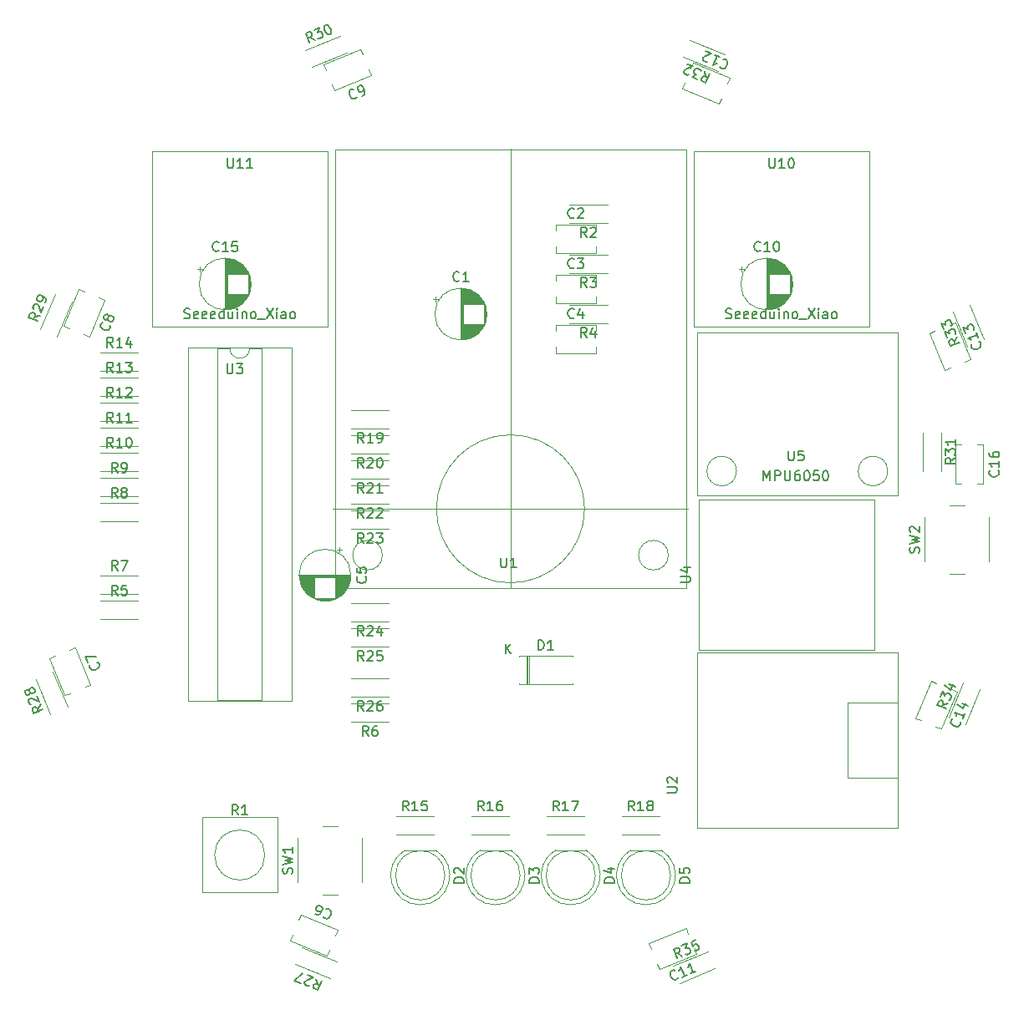
<source format=gbr>
G04 #@! TF.GenerationSoftware,KiCad,Pcbnew,(6.0.5)*
G04 #@! TF.CreationDate,2022-07-03T20:58:49+09:00*
G04 #@! TF.ProjectId,main board,6d61696e-2062-46f6-9172-642e6b696361,rev?*
G04 #@! TF.SameCoordinates,Original*
G04 #@! TF.FileFunction,Legend,Top*
G04 #@! TF.FilePolarity,Positive*
%FSLAX46Y46*%
G04 Gerber Fmt 4.6, Leading zero omitted, Abs format (unit mm)*
G04 Created by KiCad (PCBNEW (6.0.5)) date 2022-07-03 20:58:49*
%MOMM*%
%LPD*%
G01*
G04 APERTURE LIST*
%ADD10C,0.150000*%
%ADD11C,0.120000*%
G04 APERTURE END LIST*
D10*
X146136380Y-112148857D02*
X145660190Y-112482190D01*
X146136380Y-112720285D02*
X145136380Y-112720285D01*
X145136380Y-112339333D01*
X145184000Y-112244095D01*
X145231619Y-112196476D01*
X145326857Y-112148857D01*
X145469714Y-112148857D01*
X145564952Y-112196476D01*
X145612571Y-112244095D01*
X145660190Y-112339333D01*
X145660190Y-112720285D01*
X145136380Y-111815523D02*
X145136380Y-111196476D01*
X145517333Y-111529809D01*
X145517333Y-111386952D01*
X145564952Y-111291714D01*
X145612571Y-111244095D01*
X145707809Y-111196476D01*
X145945904Y-111196476D01*
X146041142Y-111244095D01*
X146088761Y-111291714D01*
X146136380Y-111386952D01*
X146136380Y-111672666D01*
X146088761Y-111767904D01*
X146041142Y-111815523D01*
X146136380Y-110244095D02*
X146136380Y-110815523D01*
X146136380Y-110529809D02*
X145136380Y-110529809D01*
X145279238Y-110625047D01*
X145374476Y-110720285D01*
X145422095Y-110815523D01*
X107529333Y-87723142D02*
X107481714Y-87770761D01*
X107338857Y-87818380D01*
X107243619Y-87818380D01*
X107100761Y-87770761D01*
X107005523Y-87675523D01*
X106957904Y-87580285D01*
X106910285Y-87389809D01*
X106910285Y-87246952D01*
X106957904Y-87056476D01*
X107005523Y-86961238D01*
X107100761Y-86866000D01*
X107243619Y-86818380D01*
X107338857Y-86818380D01*
X107481714Y-86866000D01*
X107529333Y-86913619D01*
X107910285Y-86913619D02*
X107957904Y-86866000D01*
X108053142Y-86818380D01*
X108291238Y-86818380D01*
X108386476Y-86866000D01*
X108434095Y-86913619D01*
X108481714Y-87008857D01*
X108481714Y-87104095D01*
X108434095Y-87246952D01*
X107862666Y-87818380D01*
X108481714Y-87818380D01*
X53447422Y-97698088D02*
X52879918Y-97823817D01*
X53228746Y-98226019D02*
X52304866Y-97843335D01*
X52450651Y-97491381D01*
X52531091Y-97421616D01*
X52593308Y-97395845D01*
X52699520Y-97388296D01*
X52831503Y-97442965D01*
X52901268Y-97523406D01*
X52927039Y-97585623D01*
X52934588Y-97691835D01*
X52788803Y-98043789D01*
X52757315Y-96999896D02*
X52731544Y-96937679D01*
X52723996Y-96831467D01*
X52815111Y-96611496D01*
X52895551Y-96541731D01*
X52957769Y-96515959D01*
X53063980Y-96508411D01*
X53151969Y-96544857D01*
X53265728Y-96643520D01*
X53574983Y-97390128D01*
X53811883Y-96818202D01*
X53994113Y-96378260D02*
X54067005Y-96202283D01*
X54059457Y-96096071D01*
X54033685Y-96033854D01*
X53938149Y-95891196D01*
X53780395Y-95774310D01*
X53428441Y-95628526D01*
X53322229Y-95636074D01*
X53260012Y-95661845D01*
X53179571Y-95731611D01*
X53106679Y-95907588D01*
X53114228Y-96013799D01*
X53139999Y-96076017D01*
X53209764Y-96156457D01*
X53429736Y-96247572D01*
X53535947Y-96240024D01*
X53598164Y-96214253D01*
X53678605Y-96144487D01*
X53751497Y-95968510D01*
X53743949Y-95862299D01*
X53718177Y-95800081D01*
X53648412Y-95719641D01*
X53510838Y-137098801D02*
X53198456Y-137588991D01*
X53729514Y-137626733D02*
X52805634Y-138009416D01*
X52659850Y-137657462D01*
X52667399Y-137551250D01*
X52693170Y-137489033D01*
X52762935Y-137408593D01*
X52894918Y-137353924D01*
X53001130Y-137361472D01*
X53063347Y-137387243D01*
X53143787Y-137457009D01*
X53289571Y-137808963D01*
X52529163Y-137093085D02*
X52466945Y-137067313D01*
X52386505Y-136997548D01*
X52295390Y-136777577D01*
X52302938Y-136671365D01*
X52328709Y-136609148D01*
X52398475Y-136528707D01*
X52486463Y-136492261D01*
X52636669Y-136481587D01*
X53383277Y-136790842D01*
X53146377Y-136218916D01*
X52399770Y-135909661D02*
X52392222Y-136015873D01*
X52366450Y-136078090D01*
X52296685Y-136158530D01*
X52252691Y-136176753D01*
X52146479Y-136169205D01*
X52084262Y-136143434D01*
X52003822Y-136073668D01*
X51930930Y-135897691D01*
X51938478Y-135791480D01*
X51964249Y-135729262D01*
X52034014Y-135648822D01*
X52078009Y-135630599D01*
X52184220Y-135638147D01*
X52246438Y-135663919D01*
X52326878Y-135733684D01*
X52399770Y-135909661D01*
X52480210Y-135979427D01*
X52542428Y-136005198D01*
X52648639Y-136012746D01*
X52824616Y-135939854D01*
X52894382Y-135859414D01*
X52920153Y-135797196D01*
X52927701Y-135690985D01*
X52854809Y-135515008D01*
X52774369Y-135445242D01*
X52712151Y-135419471D01*
X52605940Y-135411923D01*
X52429963Y-135484815D01*
X52360197Y-135565255D01*
X52334426Y-135627473D01*
X52326878Y-135733684D01*
X118505795Y-162631271D02*
X118015605Y-162318889D01*
X117977863Y-162849947D02*
X117595180Y-161926067D01*
X117947134Y-161780283D01*
X118053346Y-161787832D01*
X118115563Y-161813603D01*
X118196003Y-161883368D01*
X118250672Y-162015351D01*
X118243124Y-162121563D01*
X118217353Y-162183780D01*
X118147587Y-162264220D01*
X117795633Y-162410004D01*
X118431071Y-161579830D02*
X119002996Y-161342931D01*
X118840821Y-161822446D01*
X118972804Y-161767777D01*
X119079015Y-161775325D01*
X119141232Y-161801096D01*
X119221673Y-161870862D01*
X119312788Y-162090833D01*
X119305240Y-162197045D01*
X119279468Y-162259262D01*
X119209703Y-162339702D01*
X118945737Y-162449041D01*
X118839526Y-162441492D01*
X118777308Y-162415721D01*
X119838887Y-160996693D02*
X119398945Y-161178924D01*
X119537181Y-161637089D01*
X119562952Y-161574872D01*
X119632718Y-161494432D01*
X119852689Y-161403317D01*
X119958900Y-161410865D01*
X120021118Y-161436636D01*
X120101558Y-161506402D01*
X120192673Y-161726373D01*
X120185125Y-161832584D01*
X120159354Y-161894802D01*
X120089588Y-161975242D01*
X119869617Y-162066357D01*
X119763405Y-162058809D01*
X119701188Y-162033038D01*
X122585367Y-71716400D02*
X122647584Y-71690629D01*
X122797790Y-71701304D01*
X122885778Y-71737750D01*
X122999538Y-71836413D01*
X123051081Y-71960848D01*
X123058629Y-72067059D01*
X123029731Y-72261259D01*
X122975062Y-72393242D01*
X122858176Y-72550996D01*
X122777735Y-72620762D01*
X122653301Y-72672304D01*
X122503095Y-72661629D01*
X122415106Y-72625183D01*
X122301347Y-72526520D01*
X122275575Y-72464303D01*
X121741927Y-71263951D02*
X122269859Y-71482628D01*
X122005893Y-71373289D02*
X121623210Y-72297169D01*
X121765867Y-72201632D01*
X121890302Y-72150090D01*
X121996513Y-72142542D01*
X121043736Y-71954058D02*
X120981519Y-71979829D01*
X120875307Y-71987378D01*
X120655336Y-71896263D01*
X120585570Y-71815822D01*
X120559799Y-71753605D01*
X120552251Y-71647393D01*
X120588697Y-71559405D01*
X120687360Y-71445645D01*
X121433968Y-71136390D01*
X120862042Y-70899491D01*
X142458761Y-121729333D02*
X142506380Y-121586476D01*
X142506380Y-121348380D01*
X142458761Y-121253142D01*
X142411142Y-121205523D01*
X142315904Y-121157904D01*
X142220666Y-121157904D01*
X142125428Y-121205523D01*
X142077809Y-121253142D01*
X142030190Y-121348380D01*
X141982571Y-121538857D01*
X141934952Y-121634095D01*
X141887333Y-121681714D01*
X141792095Y-121729333D01*
X141696857Y-121729333D01*
X141601619Y-121681714D01*
X141554000Y-121634095D01*
X141506380Y-121538857D01*
X141506380Y-121300761D01*
X141554000Y-121157904D01*
X141506380Y-120824571D02*
X142506380Y-120586476D01*
X141792095Y-120396000D01*
X142506380Y-120205523D01*
X141506380Y-119967428D01*
X141601619Y-119634095D02*
X141554000Y-119586476D01*
X141506380Y-119491238D01*
X141506380Y-119253142D01*
X141554000Y-119157904D01*
X141601619Y-119110285D01*
X141696857Y-119062666D01*
X141792095Y-119062666D01*
X141934952Y-119110285D01*
X142506380Y-119681714D01*
X142506380Y-119062666D01*
X108819333Y-99908380D02*
X108486000Y-99432190D01*
X108247904Y-99908380D02*
X108247904Y-98908380D01*
X108628857Y-98908380D01*
X108724095Y-98956000D01*
X108771714Y-99003619D01*
X108819333Y-99098857D01*
X108819333Y-99241714D01*
X108771714Y-99336952D01*
X108724095Y-99384571D01*
X108628857Y-99432190D01*
X108247904Y-99432190D01*
X109676476Y-99241714D02*
X109676476Y-99908380D01*
X109438380Y-98860761D02*
X109200285Y-99575047D01*
X109819333Y-99575047D01*
X108819333Y-89748380D02*
X108486000Y-89272190D01*
X108247904Y-89748380D02*
X108247904Y-88748380D01*
X108628857Y-88748380D01*
X108724095Y-88796000D01*
X108771714Y-88843619D01*
X108819333Y-88938857D01*
X108819333Y-89081714D01*
X108771714Y-89176952D01*
X108724095Y-89224571D01*
X108628857Y-89272190D01*
X108247904Y-89272190D01*
X109200285Y-88843619D02*
X109247904Y-88796000D01*
X109343142Y-88748380D01*
X109581238Y-88748380D01*
X109676476Y-88796000D01*
X109724095Y-88843619D01*
X109771714Y-88938857D01*
X109771714Y-89034095D01*
X109724095Y-89176952D01*
X109152666Y-89748380D01*
X109771714Y-89748380D01*
X103980380Y-155165095D02*
X102980380Y-155165095D01*
X102980380Y-154927000D01*
X103028000Y-154784142D01*
X103123238Y-154688904D01*
X103218476Y-154641285D01*
X103408952Y-154593666D01*
X103551809Y-154593666D01*
X103742285Y-154641285D01*
X103837523Y-154688904D01*
X103932761Y-154784142D01*
X103980380Y-154927000D01*
X103980380Y-155165095D01*
X102980380Y-154260333D02*
X102980380Y-153641285D01*
X103361333Y-153974619D01*
X103361333Y-153831761D01*
X103408952Y-153736523D01*
X103456571Y-153688904D01*
X103551809Y-153641285D01*
X103789904Y-153641285D01*
X103885142Y-153688904D01*
X103932761Y-153736523D01*
X103980380Y-153831761D01*
X103980380Y-154117476D01*
X103932761Y-154212714D01*
X103885142Y-154260333D01*
X86225142Y-118196380D02*
X85891809Y-117720190D01*
X85653714Y-118196380D02*
X85653714Y-117196380D01*
X86034666Y-117196380D01*
X86129904Y-117244000D01*
X86177523Y-117291619D01*
X86225142Y-117386857D01*
X86225142Y-117529714D01*
X86177523Y-117624952D01*
X86129904Y-117672571D01*
X86034666Y-117720190D01*
X85653714Y-117720190D01*
X86606095Y-117291619D02*
X86653714Y-117244000D01*
X86748952Y-117196380D01*
X86987047Y-117196380D01*
X87082285Y-117244000D01*
X87129904Y-117291619D01*
X87177523Y-117386857D01*
X87177523Y-117482095D01*
X87129904Y-117624952D01*
X86558476Y-118196380D01*
X87177523Y-118196380D01*
X87558476Y-117291619D02*
X87606095Y-117244000D01*
X87701333Y-117196380D01*
X87939428Y-117196380D01*
X88034666Y-117244000D01*
X88082285Y-117291619D01*
X88129904Y-117386857D01*
X88129904Y-117482095D01*
X88082285Y-117624952D01*
X87510857Y-118196380D01*
X88129904Y-118196380D01*
X146349376Y-99856099D02*
X146036994Y-100346289D01*
X146568052Y-100384031D02*
X145644172Y-100766714D01*
X145498388Y-100414760D01*
X145505937Y-100308548D01*
X145531708Y-100246331D01*
X145601473Y-100165891D01*
X145733456Y-100111222D01*
X145839668Y-100118770D01*
X145901885Y-100144541D01*
X145982325Y-100214307D01*
X146128109Y-100566261D01*
X145297935Y-99930823D02*
X145061036Y-99358898D01*
X145540551Y-99521073D01*
X145485882Y-99389090D01*
X145493430Y-99282879D01*
X145519201Y-99220662D01*
X145588967Y-99140221D01*
X145808938Y-99049106D01*
X145915150Y-99056654D01*
X145977367Y-99082426D01*
X146057807Y-99152191D01*
X146167146Y-99416157D01*
X146159597Y-99522368D01*
X146133826Y-99584586D01*
X144933475Y-99050938D02*
X144696575Y-98479012D01*
X145176091Y-98641188D01*
X145121422Y-98509205D01*
X145128970Y-98402994D01*
X145154741Y-98340776D01*
X145224507Y-98260336D01*
X145444478Y-98169221D01*
X145550689Y-98176769D01*
X145612907Y-98202540D01*
X145693347Y-98272306D01*
X145802685Y-98536271D01*
X145795137Y-98642483D01*
X145769366Y-98704700D01*
X119220380Y-155165095D02*
X118220380Y-155165095D01*
X118220380Y-154927000D01*
X118268000Y-154784142D01*
X118363238Y-154688904D01*
X118458476Y-154641285D01*
X118648952Y-154593666D01*
X118791809Y-154593666D01*
X118982285Y-154641285D01*
X119077523Y-154688904D01*
X119172761Y-154784142D01*
X119220380Y-154927000D01*
X119220380Y-155165095D01*
X118220380Y-153688904D02*
X118220380Y-154165095D01*
X118696571Y-154212714D01*
X118648952Y-154165095D01*
X118601333Y-154069857D01*
X118601333Y-153831761D01*
X118648952Y-153736523D01*
X118696571Y-153688904D01*
X118791809Y-153641285D01*
X119029904Y-153641285D01*
X119125142Y-153688904D01*
X119172761Y-153736523D01*
X119220380Y-153831761D01*
X119220380Y-154069857D01*
X119172761Y-154165095D01*
X119125142Y-154212714D01*
X72390095Y-102576380D02*
X72390095Y-103385904D01*
X72437714Y-103481142D01*
X72485333Y-103528761D01*
X72580571Y-103576380D01*
X72771047Y-103576380D01*
X72866285Y-103528761D01*
X72913904Y-103481142D01*
X72961523Y-103385904D01*
X72961523Y-102576380D01*
X73342476Y-102576380D02*
X73961523Y-102576380D01*
X73628190Y-102957333D01*
X73771047Y-102957333D01*
X73866285Y-103004952D01*
X73913904Y-103052571D01*
X73961523Y-103147809D01*
X73961523Y-103385904D01*
X73913904Y-103481142D01*
X73866285Y-103528761D01*
X73771047Y-103576380D01*
X73485333Y-103576380D01*
X73390095Y-103528761D01*
X73342476Y-103481142D01*
X60825142Y-108514380D02*
X60491809Y-108038190D01*
X60253714Y-108514380D02*
X60253714Y-107514380D01*
X60634666Y-107514380D01*
X60729904Y-107562000D01*
X60777523Y-107609619D01*
X60825142Y-107704857D01*
X60825142Y-107847714D01*
X60777523Y-107942952D01*
X60729904Y-107990571D01*
X60634666Y-108038190D01*
X60253714Y-108038190D01*
X61777523Y-108514380D02*
X61206095Y-108514380D01*
X61491809Y-108514380D02*
X61491809Y-107514380D01*
X61396571Y-107657238D01*
X61301333Y-107752476D01*
X61206095Y-107800095D01*
X62729904Y-108514380D02*
X62158476Y-108514380D01*
X62444190Y-108514380D02*
X62444190Y-107514380D01*
X62348952Y-107657238D01*
X62253714Y-107752476D01*
X62158476Y-107800095D01*
X120728385Y-72933145D02*
X120854114Y-73500649D01*
X121256316Y-73151821D02*
X120873632Y-74075701D01*
X120521678Y-73929916D01*
X120451913Y-73849476D01*
X120426142Y-73787259D01*
X120418593Y-73681047D01*
X120473262Y-73549064D01*
X120553703Y-73479299D01*
X120615920Y-73453528D01*
X120722132Y-73445979D01*
X121074086Y-73591764D01*
X120037741Y-73729463D02*
X119465816Y-73492564D01*
X119919560Y-73268171D01*
X119787577Y-73213502D01*
X119717812Y-73133062D01*
X119692041Y-73070844D01*
X119684492Y-72964633D01*
X119775607Y-72744661D01*
X119856048Y-72674896D01*
X119918265Y-72649125D01*
X120024477Y-72641576D01*
X120288442Y-72750915D01*
X120358208Y-72831355D01*
X120383979Y-72893572D01*
X119150308Y-73258791D02*
X119088091Y-73284562D01*
X118981879Y-73292111D01*
X118761908Y-73200996D01*
X118692142Y-73120555D01*
X118666371Y-73058338D01*
X118658823Y-72952126D01*
X118695269Y-72864138D01*
X118793932Y-72750378D01*
X119540540Y-72441123D01*
X118968614Y-72204224D01*
X108819333Y-94828380D02*
X108486000Y-94352190D01*
X108247904Y-94828380D02*
X108247904Y-93828380D01*
X108628857Y-93828380D01*
X108724095Y-93876000D01*
X108771714Y-93923619D01*
X108819333Y-94018857D01*
X108819333Y-94161714D01*
X108771714Y-94256952D01*
X108724095Y-94304571D01*
X108628857Y-94352190D01*
X108247904Y-94352190D01*
X109152666Y-93828380D02*
X109771714Y-93828380D01*
X109438380Y-94209333D01*
X109581238Y-94209333D01*
X109676476Y-94256952D01*
X109724095Y-94304571D01*
X109771714Y-94399809D01*
X109771714Y-94637904D01*
X109724095Y-94733142D01*
X109676476Y-94780761D01*
X109581238Y-94828380D01*
X109295523Y-94828380D01*
X109200285Y-94780761D01*
X109152666Y-94733142D01*
X103909904Y-131586380D02*
X103909904Y-130586380D01*
X104148000Y-130586380D01*
X104290857Y-130634000D01*
X104386095Y-130729238D01*
X104433714Y-130824476D01*
X104481333Y-131014952D01*
X104481333Y-131157809D01*
X104433714Y-131348285D01*
X104386095Y-131443523D01*
X104290857Y-131538761D01*
X104148000Y-131586380D01*
X103909904Y-131586380D01*
X105433714Y-131586380D02*
X104862285Y-131586380D01*
X105148000Y-131586380D02*
X105148000Y-130586380D01*
X105052761Y-130729238D01*
X104957523Y-130824476D01*
X104862285Y-130872095D01*
X100576095Y-131956380D02*
X100576095Y-130956380D01*
X101147523Y-131956380D02*
X100718952Y-131384952D01*
X101147523Y-130956380D02*
X100576095Y-131527809D01*
X148522829Y-100308816D02*
X148585047Y-100334588D01*
X148683710Y-100448347D01*
X148720156Y-100536336D01*
X148730831Y-100686542D01*
X148679288Y-100810976D01*
X148609523Y-100891417D01*
X148451769Y-101008303D01*
X148319786Y-101062972D01*
X148125586Y-101091870D01*
X148019374Y-101084322D01*
X147894940Y-101032779D01*
X147796276Y-100919019D01*
X147759830Y-100831031D01*
X147749156Y-100680825D01*
X147774927Y-100618608D01*
X148246357Y-99392485D02*
X148465034Y-99920416D01*
X148355695Y-99656451D02*
X147431816Y-100039134D01*
X147600245Y-100072454D01*
X147724679Y-100123996D01*
X147805120Y-100193762D01*
X147194917Y-99467209D02*
X146958017Y-98895283D01*
X147437533Y-99057459D01*
X147382864Y-98925476D01*
X147390412Y-98819265D01*
X147416183Y-98757047D01*
X147485949Y-98676607D01*
X147705920Y-98585492D01*
X147812131Y-98593040D01*
X147874349Y-98618811D01*
X147954789Y-98688577D01*
X148064127Y-98952542D01*
X148056579Y-99058754D01*
X148030808Y-99120971D01*
X71538030Y-91095142D02*
X71490411Y-91142761D01*
X71347554Y-91190380D01*
X71252316Y-91190380D01*
X71109459Y-91142761D01*
X71014221Y-91047523D01*
X70966602Y-90952285D01*
X70918983Y-90761809D01*
X70918983Y-90618952D01*
X70966602Y-90428476D01*
X71014221Y-90333238D01*
X71109459Y-90238000D01*
X71252316Y-90190380D01*
X71347554Y-90190380D01*
X71490411Y-90238000D01*
X71538030Y-90285619D01*
X72490411Y-91190380D02*
X71918983Y-91190380D01*
X72204697Y-91190380D02*
X72204697Y-90190380D01*
X72109459Y-90333238D01*
X72014221Y-90428476D01*
X71918983Y-90476095D01*
X73395173Y-90190380D02*
X72918983Y-90190380D01*
X72871364Y-90666571D01*
X72918983Y-90618952D01*
X73014221Y-90571333D01*
X73252316Y-90571333D01*
X73347554Y-90618952D01*
X73395173Y-90666571D01*
X73442792Y-90761809D01*
X73442792Y-90999904D01*
X73395173Y-91095142D01*
X73347554Y-91142761D01*
X73252316Y-91190380D01*
X73014221Y-91190380D01*
X72918983Y-91142761D01*
X72871364Y-91095142D01*
X150481142Y-113398857D02*
X150528761Y-113446476D01*
X150576380Y-113589333D01*
X150576380Y-113684571D01*
X150528761Y-113827428D01*
X150433523Y-113922666D01*
X150338285Y-113970285D01*
X150147809Y-114017904D01*
X150004952Y-114017904D01*
X149814476Y-113970285D01*
X149719238Y-113922666D01*
X149624000Y-113827428D01*
X149576380Y-113684571D01*
X149576380Y-113589333D01*
X149624000Y-113446476D01*
X149671619Y-113398857D01*
X150576380Y-112446476D02*
X150576380Y-113017904D01*
X150576380Y-112732190D02*
X149576380Y-112732190D01*
X149719238Y-112827428D01*
X149814476Y-112922666D01*
X149862095Y-113017904D01*
X149576380Y-111589333D02*
X149576380Y-111779809D01*
X149624000Y-111875047D01*
X149671619Y-111922666D01*
X149814476Y-112017904D01*
X150004952Y-112065523D01*
X150385904Y-112065523D01*
X150481142Y-112017904D01*
X150528761Y-111970285D01*
X150576380Y-111875047D01*
X150576380Y-111684571D01*
X150528761Y-111589333D01*
X150481142Y-111541714D01*
X150385904Y-111494095D01*
X150147809Y-111494095D01*
X150052571Y-111541714D01*
X150004952Y-111589333D01*
X149957333Y-111684571D01*
X149957333Y-111875047D01*
X150004952Y-111970285D01*
X150052571Y-112017904D01*
X150147809Y-112065523D01*
X86225142Y-130134380D02*
X85891809Y-129658190D01*
X85653714Y-130134380D02*
X85653714Y-129134380D01*
X86034666Y-129134380D01*
X86129904Y-129182000D01*
X86177523Y-129229619D01*
X86225142Y-129324857D01*
X86225142Y-129467714D01*
X86177523Y-129562952D01*
X86129904Y-129610571D01*
X86034666Y-129658190D01*
X85653714Y-129658190D01*
X86606095Y-129229619D02*
X86653714Y-129182000D01*
X86748952Y-129134380D01*
X86987047Y-129134380D01*
X87082285Y-129182000D01*
X87129904Y-129229619D01*
X87177523Y-129324857D01*
X87177523Y-129420095D01*
X87129904Y-129562952D01*
X86558476Y-130134380D01*
X87177523Y-130134380D01*
X88034666Y-129467714D02*
X88034666Y-130134380D01*
X87796571Y-129086761D02*
X87558476Y-129801047D01*
X88177523Y-129801047D01*
X82430610Y-157850173D02*
X82492827Y-157824402D01*
X82643033Y-157835077D01*
X82731022Y-157871523D01*
X82844781Y-157970186D01*
X82896324Y-158094621D01*
X82903872Y-158200832D01*
X82874974Y-158395032D01*
X82820305Y-158527015D01*
X82703419Y-158684769D01*
X82622979Y-158754535D01*
X82498544Y-158806077D01*
X82348338Y-158795402D01*
X82260350Y-158758956D01*
X82146590Y-158660293D01*
X82120819Y-158598076D01*
X81292476Y-158358050D02*
X81468453Y-158430942D01*
X81574665Y-158423394D01*
X81636882Y-158397622D01*
X81779539Y-158302086D01*
X81896426Y-158144332D01*
X82042210Y-157792377D01*
X82034662Y-157686166D01*
X82008890Y-157623949D01*
X81939125Y-157543508D01*
X81763148Y-157470616D01*
X81656936Y-157478164D01*
X81594719Y-157503936D01*
X81514279Y-157573701D01*
X81423164Y-157793673D01*
X81430712Y-157899884D01*
X81456483Y-157962101D01*
X81526249Y-158042542D01*
X81702226Y-158115434D01*
X81808437Y-158107886D01*
X81870655Y-158082114D01*
X81951095Y-158012349D01*
X86225142Y-132674380D02*
X85891809Y-132198190D01*
X85653714Y-132674380D02*
X85653714Y-131674380D01*
X86034666Y-131674380D01*
X86129904Y-131722000D01*
X86177523Y-131769619D01*
X86225142Y-131864857D01*
X86225142Y-132007714D01*
X86177523Y-132102952D01*
X86129904Y-132150571D01*
X86034666Y-132198190D01*
X85653714Y-132198190D01*
X86606095Y-131769619D02*
X86653714Y-131722000D01*
X86748952Y-131674380D01*
X86987047Y-131674380D01*
X87082285Y-131722000D01*
X87129904Y-131769619D01*
X87177523Y-131864857D01*
X87177523Y-131960095D01*
X87129904Y-132102952D01*
X86558476Y-132674380D01*
X87177523Y-132674380D01*
X88082285Y-131674380D02*
X87606095Y-131674380D01*
X87558476Y-132150571D01*
X87606095Y-132102952D01*
X87701333Y-132055333D01*
X87939428Y-132055333D01*
X88034666Y-132102952D01*
X88082285Y-132150571D01*
X88129904Y-132245809D01*
X88129904Y-132483904D01*
X88082285Y-132579142D01*
X88034666Y-132626761D01*
X87939428Y-132674380D01*
X87701333Y-132674380D01*
X87606095Y-132626761D01*
X87558476Y-132579142D01*
X81263093Y-69792733D02*
X80772903Y-69480351D01*
X80735161Y-70011409D02*
X80352478Y-69087529D01*
X80704432Y-68941745D01*
X80810644Y-68949294D01*
X80872861Y-68975065D01*
X80953301Y-69044830D01*
X81007970Y-69176813D01*
X81000422Y-69283025D01*
X80974651Y-69345242D01*
X80904885Y-69425682D01*
X80552931Y-69571466D01*
X81188369Y-68741292D02*
X81760294Y-68504393D01*
X81598119Y-68983908D01*
X81730102Y-68929239D01*
X81836313Y-68936787D01*
X81898530Y-68962558D01*
X81978971Y-69032324D01*
X82070086Y-69252295D01*
X82062538Y-69358507D01*
X82036766Y-69420724D01*
X81967001Y-69501164D01*
X81703035Y-69610503D01*
X81596824Y-69602954D01*
X81534606Y-69577183D01*
X82332220Y-68267494D02*
X82420208Y-68231048D01*
X82526420Y-68238596D01*
X82588637Y-68264367D01*
X82669078Y-68334132D01*
X82785964Y-68491887D01*
X82877079Y-68711858D01*
X82905977Y-68906058D01*
X82898429Y-69012269D01*
X82872657Y-69074487D01*
X82802892Y-69154927D01*
X82714903Y-69191373D01*
X82608692Y-69183825D01*
X82546475Y-69158054D01*
X82466034Y-69088288D01*
X82349148Y-68930534D01*
X82258033Y-68710563D01*
X82229135Y-68516363D01*
X82236683Y-68410151D01*
X82262454Y-68347934D01*
X82332220Y-68267494D01*
X116945040Y-146037904D02*
X117754564Y-146037904D01*
X117849802Y-145990285D01*
X117897421Y-145942666D01*
X117945040Y-145847428D01*
X117945040Y-145656952D01*
X117897421Y-145561714D01*
X117849802Y-145514095D01*
X117754564Y-145466476D01*
X116945040Y-145466476D01*
X117040279Y-145037904D02*
X116992660Y-144990285D01*
X116945040Y-144895047D01*
X116945040Y-144656952D01*
X116992660Y-144561714D01*
X117040279Y-144514095D01*
X117135517Y-144466476D01*
X117230755Y-144466476D01*
X117373612Y-144514095D01*
X117945040Y-145085523D01*
X117945040Y-144466476D01*
X60825142Y-100894380D02*
X60491809Y-100418190D01*
X60253714Y-100894380D02*
X60253714Y-99894380D01*
X60634666Y-99894380D01*
X60729904Y-99942000D01*
X60777523Y-99989619D01*
X60825142Y-100084857D01*
X60825142Y-100227714D01*
X60777523Y-100322952D01*
X60729904Y-100370571D01*
X60634666Y-100418190D01*
X60253714Y-100418190D01*
X61777523Y-100894380D02*
X61206095Y-100894380D01*
X61491809Y-100894380D02*
X61491809Y-99894380D01*
X61396571Y-100037238D01*
X61301333Y-100132476D01*
X61206095Y-100180095D01*
X62634666Y-100227714D02*
X62634666Y-100894380D01*
X62396571Y-99846761D02*
X62158476Y-100561047D01*
X62777523Y-100561047D01*
X113615482Y-147879380D02*
X113282149Y-147403190D01*
X113044054Y-147879380D02*
X113044054Y-146879380D01*
X113425006Y-146879380D01*
X113520244Y-146927000D01*
X113567863Y-146974619D01*
X113615482Y-147069857D01*
X113615482Y-147212714D01*
X113567863Y-147307952D01*
X113520244Y-147355571D01*
X113425006Y-147403190D01*
X113044054Y-147403190D01*
X114567863Y-147879380D02*
X113996435Y-147879380D01*
X114282149Y-147879380D02*
X114282149Y-146879380D01*
X114186911Y-147022238D01*
X114091673Y-147117476D01*
X113996435Y-147165095D01*
X115139292Y-147307952D02*
X115044054Y-147260333D01*
X114996435Y-147212714D01*
X114948816Y-147117476D01*
X114948816Y-147069857D01*
X114996435Y-146974619D01*
X115044054Y-146927000D01*
X115139292Y-146879380D01*
X115329768Y-146879380D01*
X115425006Y-146927000D01*
X115472625Y-146974619D01*
X115520244Y-147069857D01*
X115520244Y-147117476D01*
X115472625Y-147212714D01*
X115425006Y-147260333D01*
X115329768Y-147307952D01*
X115139292Y-147307952D01*
X115044054Y-147355571D01*
X114996435Y-147403190D01*
X114948816Y-147498428D01*
X114948816Y-147688904D01*
X114996435Y-147784142D01*
X115044054Y-147831761D01*
X115139292Y-147879380D01*
X115329768Y-147879380D01*
X115425006Y-147831761D01*
X115472625Y-147784142D01*
X115520244Y-147688904D01*
X115520244Y-147498428D01*
X115472625Y-147403190D01*
X115425006Y-147355571D01*
X115329768Y-147307952D01*
X86225142Y-115656380D02*
X85891809Y-115180190D01*
X85653714Y-115656380D02*
X85653714Y-114656380D01*
X86034666Y-114656380D01*
X86129904Y-114704000D01*
X86177523Y-114751619D01*
X86225142Y-114846857D01*
X86225142Y-114989714D01*
X86177523Y-115084952D01*
X86129904Y-115132571D01*
X86034666Y-115180190D01*
X85653714Y-115180190D01*
X86606095Y-114751619D02*
X86653714Y-114704000D01*
X86748952Y-114656380D01*
X86987047Y-114656380D01*
X87082285Y-114704000D01*
X87129904Y-114751619D01*
X87177523Y-114846857D01*
X87177523Y-114942095D01*
X87129904Y-115084952D01*
X86558476Y-115656380D01*
X87177523Y-115656380D01*
X88129904Y-115656380D02*
X87558476Y-115656380D01*
X87844190Y-115656380D02*
X87844190Y-114656380D01*
X87748952Y-114799238D01*
X87653714Y-114894476D01*
X87558476Y-114942095D01*
X90755482Y-147879380D02*
X90422149Y-147403190D01*
X90184054Y-147879380D02*
X90184054Y-146879380D01*
X90565006Y-146879380D01*
X90660244Y-146927000D01*
X90707863Y-146974619D01*
X90755482Y-147069857D01*
X90755482Y-147212714D01*
X90707863Y-147307952D01*
X90660244Y-147355571D01*
X90565006Y-147403190D01*
X90184054Y-147403190D01*
X91707863Y-147879380D02*
X91136435Y-147879380D01*
X91422149Y-147879380D02*
X91422149Y-146879380D01*
X91326911Y-147022238D01*
X91231673Y-147117476D01*
X91136435Y-147165095D01*
X92612625Y-146879380D02*
X92136435Y-146879380D01*
X92088816Y-147355571D01*
X92136435Y-147307952D01*
X92231673Y-147260333D01*
X92469768Y-147260333D01*
X92565006Y-147307952D01*
X92612625Y-147355571D01*
X92660244Y-147450809D01*
X92660244Y-147688904D01*
X92612625Y-147784142D01*
X92565006Y-147831761D01*
X92469768Y-147879380D01*
X92231673Y-147879380D01*
X92136435Y-147831761D01*
X92088816Y-147784142D01*
X60511721Y-98712505D02*
X60537492Y-98774722D01*
X60526817Y-98924928D01*
X60490371Y-99012917D01*
X60391708Y-99126676D01*
X60267273Y-99178219D01*
X60161062Y-99185767D01*
X59966862Y-99156869D01*
X59834879Y-99102200D01*
X59677125Y-98985314D01*
X59607359Y-98904874D01*
X59555817Y-98780439D01*
X59566492Y-98630233D01*
X59602938Y-98542245D01*
X59701601Y-98428485D01*
X59763818Y-98402714D01*
X60290455Y-98002344D02*
X60210014Y-98072109D01*
X60147797Y-98097880D01*
X60041585Y-98105429D01*
X59997591Y-98087206D01*
X59927826Y-98006765D01*
X59902054Y-97944548D01*
X59894506Y-97838337D01*
X59967398Y-97662359D01*
X60047839Y-97592594D01*
X60110056Y-97566823D01*
X60216267Y-97559274D01*
X60260262Y-97577498D01*
X60330027Y-97657938D01*
X60355798Y-97720155D01*
X60363347Y-97826367D01*
X60290455Y-98002344D01*
X60298003Y-98108555D01*
X60323774Y-98170773D01*
X60393539Y-98251213D01*
X60569517Y-98324105D01*
X60675728Y-98316557D01*
X60737945Y-98290785D01*
X60818386Y-98221020D01*
X60891278Y-98045043D01*
X60883730Y-97938831D01*
X60857958Y-97876614D01*
X60788193Y-97796174D01*
X60612216Y-97723282D01*
X60506004Y-97730830D01*
X60443787Y-97756601D01*
X60363347Y-97826367D01*
X107529333Y-97883142D02*
X107481714Y-97930761D01*
X107338857Y-97978380D01*
X107243619Y-97978380D01*
X107100761Y-97930761D01*
X107005523Y-97835523D01*
X106957904Y-97740285D01*
X106910285Y-97549809D01*
X106910285Y-97406952D01*
X106957904Y-97216476D01*
X107005523Y-97121238D01*
X107100761Y-97026000D01*
X107243619Y-96978380D01*
X107338857Y-96978380D01*
X107481714Y-97026000D01*
X107529333Y-97073619D01*
X108386476Y-97311714D02*
X108386476Y-97978380D01*
X108148380Y-96930761D02*
X107910285Y-97645047D01*
X108529333Y-97645047D01*
X126402030Y-91095142D02*
X126354411Y-91142761D01*
X126211554Y-91190380D01*
X126116316Y-91190380D01*
X125973459Y-91142761D01*
X125878221Y-91047523D01*
X125830602Y-90952285D01*
X125782983Y-90761809D01*
X125782983Y-90618952D01*
X125830602Y-90428476D01*
X125878221Y-90333238D01*
X125973459Y-90238000D01*
X126116316Y-90190380D01*
X126211554Y-90190380D01*
X126354411Y-90238000D01*
X126402030Y-90285619D01*
X127354411Y-91190380D02*
X126782983Y-91190380D01*
X127068697Y-91190380D02*
X127068697Y-90190380D01*
X126973459Y-90333238D01*
X126878221Y-90428476D01*
X126782983Y-90476095D01*
X127973459Y-90190380D02*
X128068697Y-90190380D01*
X128163935Y-90238000D01*
X128211554Y-90285619D01*
X128259173Y-90380857D01*
X128306792Y-90571333D01*
X128306792Y-90809428D01*
X128259173Y-90999904D01*
X128211554Y-91095142D01*
X128163935Y-91142761D01*
X128068697Y-91190380D01*
X127973459Y-91190380D01*
X127878221Y-91142761D01*
X127830602Y-91095142D01*
X127782983Y-90999904D01*
X127735364Y-90809428D01*
X127735364Y-90571333D01*
X127782983Y-90380857D01*
X127830602Y-90285619D01*
X127878221Y-90238000D01*
X127973459Y-90190380D01*
X72421904Y-81748380D02*
X72421904Y-82557904D01*
X72469523Y-82653142D01*
X72517142Y-82700761D01*
X72612380Y-82748380D01*
X72802857Y-82748380D01*
X72898095Y-82700761D01*
X72945714Y-82653142D01*
X72993333Y-82557904D01*
X72993333Y-81748380D01*
X73993333Y-82748380D02*
X73421904Y-82748380D01*
X73707619Y-82748380D02*
X73707619Y-81748380D01*
X73612380Y-81891238D01*
X73517142Y-81986476D01*
X73421904Y-82034095D01*
X74945714Y-82748380D02*
X74374285Y-82748380D01*
X74660000Y-82748380D02*
X74660000Y-81748380D01*
X74564761Y-81891238D01*
X74469523Y-81986476D01*
X74374285Y-82034095D01*
X68040952Y-97940761D02*
X68183809Y-97988380D01*
X68421904Y-97988380D01*
X68517142Y-97940761D01*
X68564761Y-97893142D01*
X68612380Y-97797904D01*
X68612380Y-97702666D01*
X68564761Y-97607428D01*
X68517142Y-97559809D01*
X68421904Y-97512190D01*
X68231428Y-97464571D01*
X68136190Y-97416952D01*
X68088571Y-97369333D01*
X68040952Y-97274095D01*
X68040952Y-97178857D01*
X68088571Y-97083619D01*
X68136190Y-97036000D01*
X68231428Y-96988380D01*
X68469523Y-96988380D01*
X68612380Y-97036000D01*
X69421904Y-97940761D02*
X69326666Y-97988380D01*
X69136190Y-97988380D01*
X69040952Y-97940761D01*
X68993333Y-97845523D01*
X68993333Y-97464571D01*
X69040952Y-97369333D01*
X69136190Y-97321714D01*
X69326666Y-97321714D01*
X69421904Y-97369333D01*
X69469523Y-97464571D01*
X69469523Y-97559809D01*
X68993333Y-97655047D01*
X70279047Y-97940761D02*
X70183809Y-97988380D01*
X69993333Y-97988380D01*
X69898095Y-97940761D01*
X69850476Y-97845523D01*
X69850476Y-97464571D01*
X69898095Y-97369333D01*
X69993333Y-97321714D01*
X70183809Y-97321714D01*
X70279047Y-97369333D01*
X70326666Y-97464571D01*
X70326666Y-97559809D01*
X69850476Y-97655047D01*
X71136190Y-97940761D02*
X71040952Y-97988380D01*
X70850476Y-97988380D01*
X70755238Y-97940761D01*
X70707619Y-97845523D01*
X70707619Y-97464571D01*
X70755238Y-97369333D01*
X70850476Y-97321714D01*
X71040952Y-97321714D01*
X71136190Y-97369333D01*
X71183809Y-97464571D01*
X71183809Y-97559809D01*
X70707619Y-97655047D01*
X72040952Y-97988380D02*
X72040952Y-96988380D01*
X72040952Y-97940761D02*
X71945714Y-97988380D01*
X71755238Y-97988380D01*
X71660000Y-97940761D01*
X71612380Y-97893142D01*
X71564761Y-97797904D01*
X71564761Y-97512190D01*
X71612380Y-97416952D01*
X71660000Y-97369333D01*
X71755238Y-97321714D01*
X71945714Y-97321714D01*
X72040952Y-97369333D01*
X72945714Y-97321714D02*
X72945714Y-97988380D01*
X72517142Y-97321714D02*
X72517142Y-97845523D01*
X72564761Y-97940761D01*
X72660000Y-97988380D01*
X72802857Y-97988380D01*
X72898095Y-97940761D01*
X72945714Y-97893142D01*
X73421904Y-97988380D02*
X73421904Y-97321714D01*
X73421904Y-96988380D02*
X73374285Y-97036000D01*
X73421904Y-97083619D01*
X73469523Y-97036000D01*
X73421904Y-96988380D01*
X73421904Y-97083619D01*
X73898095Y-97321714D02*
X73898095Y-97988380D01*
X73898095Y-97416952D02*
X73945714Y-97369333D01*
X74040952Y-97321714D01*
X74183809Y-97321714D01*
X74279047Y-97369333D01*
X74326666Y-97464571D01*
X74326666Y-97988380D01*
X74945714Y-97988380D02*
X74850476Y-97940761D01*
X74802857Y-97893142D01*
X74755238Y-97797904D01*
X74755238Y-97512190D01*
X74802857Y-97416952D01*
X74850476Y-97369333D01*
X74945714Y-97321714D01*
X75088571Y-97321714D01*
X75183809Y-97369333D01*
X75231428Y-97416952D01*
X75279047Y-97512190D01*
X75279047Y-97797904D01*
X75231428Y-97893142D01*
X75183809Y-97940761D01*
X75088571Y-97988380D01*
X74945714Y-97988380D01*
X75469523Y-98083619D02*
X76231428Y-98083619D01*
X76374285Y-96988380D02*
X77040952Y-97988380D01*
X77040952Y-96988380D02*
X76374285Y-97988380D01*
X77421904Y-97988380D02*
X77421904Y-97321714D01*
X77421904Y-96988380D02*
X77374285Y-97036000D01*
X77421904Y-97083619D01*
X77469523Y-97036000D01*
X77421904Y-96988380D01*
X77421904Y-97083619D01*
X78326666Y-97988380D02*
X78326666Y-97464571D01*
X78279047Y-97369333D01*
X78183809Y-97321714D01*
X77993333Y-97321714D01*
X77898095Y-97369333D01*
X78326666Y-97940761D02*
X78231428Y-97988380D01*
X77993333Y-97988380D01*
X77898095Y-97940761D01*
X77850476Y-97845523D01*
X77850476Y-97750285D01*
X77898095Y-97655047D01*
X77993333Y-97607428D01*
X78231428Y-97607428D01*
X78326666Y-97559809D01*
X78945714Y-97988380D02*
X78850476Y-97940761D01*
X78802857Y-97893142D01*
X78755238Y-97797904D01*
X78755238Y-97512190D01*
X78802857Y-97416952D01*
X78850476Y-97369333D01*
X78945714Y-97321714D01*
X79088571Y-97321714D01*
X79183809Y-97369333D01*
X79231428Y-97416952D01*
X79279047Y-97512190D01*
X79279047Y-97797904D01*
X79231428Y-97893142D01*
X79183809Y-97940761D01*
X79088571Y-97988380D01*
X78945714Y-97988380D01*
X73493333Y-148280380D02*
X73160000Y-147804190D01*
X72921904Y-148280380D02*
X72921904Y-147280380D01*
X73302857Y-147280380D01*
X73398095Y-147328000D01*
X73445714Y-147375619D01*
X73493333Y-147470857D01*
X73493333Y-147613714D01*
X73445714Y-147708952D01*
X73398095Y-147756571D01*
X73302857Y-147804190D01*
X72921904Y-147804190D01*
X74445714Y-148280380D02*
X73874285Y-148280380D01*
X74160000Y-148280380D02*
X74160000Y-147280380D01*
X74064761Y-147423238D01*
X73969523Y-147518476D01*
X73874285Y-147566095D01*
X86225142Y-113116380D02*
X85891809Y-112640190D01*
X85653714Y-113116380D02*
X85653714Y-112116380D01*
X86034666Y-112116380D01*
X86129904Y-112164000D01*
X86177523Y-112211619D01*
X86225142Y-112306857D01*
X86225142Y-112449714D01*
X86177523Y-112544952D01*
X86129904Y-112592571D01*
X86034666Y-112640190D01*
X85653714Y-112640190D01*
X86606095Y-112211619D02*
X86653714Y-112164000D01*
X86748952Y-112116380D01*
X86987047Y-112116380D01*
X87082285Y-112164000D01*
X87129904Y-112211619D01*
X87177523Y-112306857D01*
X87177523Y-112402095D01*
X87129904Y-112544952D01*
X86558476Y-113116380D01*
X87177523Y-113116380D01*
X87796571Y-112116380D02*
X87891809Y-112116380D01*
X87987047Y-112164000D01*
X88034666Y-112211619D01*
X88082285Y-112306857D01*
X88129904Y-112497333D01*
X88129904Y-112735428D01*
X88082285Y-112925904D01*
X88034666Y-113021142D01*
X87987047Y-113068761D01*
X87891809Y-113116380D01*
X87796571Y-113116380D01*
X87701333Y-113068761D01*
X87653714Y-113021142D01*
X87606095Y-112925904D01*
X87558476Y-112735428D01*
X87558476Y-112497333D01*
X87606095Y-112306857D01*
X87653714Y-112211619D01*
X87701333Y-112164000D01*
X87796571Y-112116380D01*
X118053078Y-164804724D02*
X118027306Y-164866942D01*
X117913547Y-164965605D01*
X117825558Y-165002051D01*
X117675352Y-165012726D01*
X117550918Y-164961183D01*
X117470477Y-164891418D01*
X117353591Y-164733664D01*
X117298922Y-164601681D01*
X117270024Y-164407481D01*
X117277572Y-164301269D01*
X117329115Y-164176835D01*
X117442875Y-164078171D01*
X117530863Y-164041725D01*
X117681069Y-164031051D01*
X117743286Y-164056822D01*
X118969409Y-164528252D02*
X118441478Y-164746929D01*
X118705443Y-164637590D02*
X118322760Y-163713711D01*
X118289440Y-163882140D01*
X118237898Y-164006574D01*
X118168132Y-164087015D01*
X119849294Y-164163792D02*
X119321363Y-164382468D01*
X119585329Y-164273130D02*
X119202645Y-163349251D01*
X119169326Y-163517679D01*
X119117783Y-163642114D01*
X119048018Y-163722554D01*
X96360380Y-155165095D02*
X95360380Y-155165095D01*
X95360380Y-154927000D01*
X95408000Y-154784142D01*
X95503238Y-154688904D01*
X95598476Y-154641285D01*
X95788952Y-154593666D01*
X95931809Y-154593666D01*
X96122285Y-154641285D01*
X96217523Y-154688904D01*
X96312761Y-154784142D01*
X96360380Y-154927000D01*
X96360380Y-155165095D01*
X95455619Y-154212714D02*
X95408000Y-154165095D01*
X95360380Y-154069857D01*
X95360380Y-153831761D01*
X95408000Y-153736523D01*
X95455619Y-153688904D01*
X95550857Y-153641285D01*
X95646095Y-153641285D01*
X95788952Y-153688904D01*
X96360380Y-154260333D01*
X96360380Y-153641285D01*
X61301333Y-126040380D02*
X60968000Y-125564190D01*
X60729904Y-126040380D02*
X60729904Y-125040380D01*
X61110857Y-125040380D01*
X61206095Y-125088000D01*
X61253714Y-125135619D01*
X61301333Y-125230857D01*
X61301333Y-125373714D01*
X61253714Y-125468952D01*
X61206095Y-125516571D01*
X61110857Y-125564190D01*
X60729904Y-125564190D01*
X62206095Y-125040380D02*
X61729904Y-125040380D01*
X61682285Y-125516571D01*
X61729904Y-125468952D01*
X61825142Y-125421333D01*
X62063238Y-125421333D01*
X62158476Y-125468952D01*
X62206095Y-125516571D01*
X62253714Y-125611809D01*
X62253714Y-125849904D01*
X62206095Y-125945142D01*
X62158476Y-125992761D01*
X62063238Y-126040380D01*
X61825142Y-126040380D01*
X61729904Y-125992761D01*
X61682285Y-125945142D01*
X81416193Y-164914472D02*
X81541922Y-165481976D01*
X81944124Y-165133148D02*
X81561440Y-166057028D01*
X81209486Y-165911243D01*
X81139721Y-165830803D01*
X81113950Y-165768586D01*
X81106401Y-165662374D01*
X81161070Y-165530391D01*
X81241511Y-165460626D01*
X81303728Y-165434855D01*
X81409940Y-165427306D01*
X81761894Y-165573091D01*
X80718001Y-165604579D02*
X80655784Y-165630350D01*
X80549572Y-165637898D01*
X80329601Y-165546783D01*
X80259836Y-165466343D01*
X80234064Y-165404125D01*
X80226516Y-165297914D01*
X80262962Y-165209925D01*
X80361625Y-165096166D01*
X81108233Y-164786911D01*
X80536307Y-164550011D01*
X79845664Y-165346330D02*
X79229745Y-165091207D01*
X80008376Y-164331335D01*
X105995482Y-147879380D02*
X105662149Y-147403190D01*
X105424054Y-147879380D02*
X105424054Y-146879380D01*
X105805006Y-146879380D01*
X105900244Y-146927000D01*
X105947863Y-146974619D01*
X105995482Y-147069857D01*
X105995482Y-147212714D01*
X105947863Y-147307952D01*
X105900244Y-147355571D01*
X105805006Y-147403190D01*
X105424054Y-147403190D01*
X106947863Y-147879380D02*
X106376435Y-147879380D01*
X106662149Y-147879380D02*
X106662149Y-146879380D01*
X106566911Y-147022238D01*
X106471673Y-147117476D01*
X106376435Y-147165095D01*
X107281197Y-146879380D02*
X107947863Y-146879380D01*
X107519292Y-147879380D01*
X86225142Y-110576380D02*
X85891809Y-110100190D01*
X85653714Y-110576380D02*
X85653714Y-109576380D01*
X86034666Y-109576380D01*
X86129904Y-109624000D01*
X86177523Y-109671619D01*
X86225142Y-109766857D01*
X86225142Y-109909714D01*
X86177523Y-110004952D01*
X86129904Y-110052571D01*
X86034666Y-110100190D01*
X85653714Y-110100190D01*
X87177523Y-110576380D02*
X86606095Y-110576380D01*
X86891809Y-110576380D02*
X86891809Y-109576380D01*
X86796571Y-109719238D01*
X86701333Y-109814476D01*
X86606095Y-109862095D01*
X87653714Y-110576380D02*
X87844190Y-110576380D01*
X87939428Y-110528761D01*
X87987047Y-110481142D01*
X88082285Y-110338285D01*
X88129904Y-110147809D01*
X88129904Y-109766857D01*
X88082285Y-109671619D01*
X88034666Y-109624000D01*
X87939428Y-109576380D01*
X87748952Y-109576380D01*
X87653714Y-109624000D01*
X87606095Y-109671619D01*
X87558476Y-109766857D01*
X87558476Y-110004952D01*
X87606095Y-110100190D01*
X87653714Y-110147809D01*
X87748952Y-110195428D01*
X87939428Y-110195428D01*
X88034666Y-110147809D01*
X88082285Y-110100190D01*
X88129904Y-110004952D01*
X86403142Y-124163554D02*
X86450761Y-124211173D01*
X86498380Y-124354030D01*
X86498380Y-124449268D01*
X86450761Y-124592126D01*
X86355523Y-124687364D01*
X86260285Y-124734983D01*
X86069809Y-124782602D01*
X85926952Y-124782602D01*
X85736476Y-124734983D01*
X85641238Y-124687364D01*
X85546000Y-124592126D01*
X85498380Y-124449268D01*
X85498380Y-124354030D01*
X85546000Y-124211173D01*
X85593619Y-124163554D01*
X85498380Y-123258792D02*
X85498380Y-123734983D01*
X85974571Y-123782602D01*
X85926952Y-123734983D01*
X85879333Y-123639745D01*
X85879333Y-123401649D01*
X85926952Y-123306411D01*
X85974571Y-123258792D01*
X86069809Y-123211173D01*
X86307904Y-123211173D01*
X86403142Y-123258792D01*
X86450761Y-123306411D01*
X86498380Y-123401649D01*
X86498380Y-123639745D01*
X86450761Y-123734983D01*
X86403142Y-123782602D01*
X86225142Y-137754380D02*
X85891809Y-137278190D01*
X85653714Y-137754380D02*
X85653714Y-136754380D01*
X86034666Y-136754380D01*
X86129904Y-136802000D01*
X86177523Y-136849619D01*
X86225142Y-136944857D01*
X86225142Y-137087714D01*
X86177523Y-137182952D01*
X86129904Y-137230571D01*
X86034666Y-137278190D01*
X85653714Y-137278190D01*
X86606095Y-136849619D02*
X86653714Y-136802000D01*
X86748952Y-136754380D01*
X86987047Y-136754380D01*
X87082285Y-136802000D01*
X87129904Y-136849619D01*
X87177523Y-136944857D01*
X87177523Y-137040095D01*
X87129904Y-137182952D01*
X86558476Y-137754380D01*
X87177523Y-137754380D01*
X88034666Y-136754380D02*
X87844190Y-136754380D01*
X87748952Y-136802000D01*
X87701333Y-136849619D01*
X87606095Y-136992476D01*
X87558476Y-137182952D01*
X87558476Y-137563904D01*
X87606095Y-137659142D01*
X87653714Y-137706761D01*
X87748952Y-137754380D01*
X87939428Y-137754380D01*
X88034666Y-137706761D01*
X88082285Y-137659142D01*
X88129904Y-137563904D01*
X88129904Y-137325809D01*
X88082285Y-137230571D01*
X88034666Y-137182952D01*
X87939428Y-137135333D01*
X87748952Y-137135333D01*
X87653714Y-137182952D01*
X87606095Y-137230571D01*
X87558476Y-137325809D01*
X60825142Y-103434380D02*
X60491809Y-102958190D01*
X60253714Y-103434380D02*
X60253714Y-102434380D01*
X60634666Y-102434380D01*
X60729904Y-102482000D01*
X60777523Y-102529619D01*
X60825142Y-102624857D01*
X60825142Y-102767714D01*
X60777523Y-102862952D01*
X60729904Y-102910571D01*
X60634666Y-102958190D01*
X60253714Y-102958190D01*
X61777523Y-103434380D02*
X61206095Y-103434380D01*
X61491809Y-103434380D02*
X61491809Y-102434380D01*
X61396571Y-102577238D01*
X61301333Y-102672476D01*
X61206095Y-102720095D01*
X62110857Y-102434380D02*
X62729904Y-102434380D01*
X62396571Y-102815333D01*
X62539428Y-102815333D01*
X62634666Y-102862952D01*
X62682285Y-102910571D01*
X62729904Y-103005809D01*
X62729904Y-103243904D01*
X62682285Y-103339142D01*
X62634666Y-103386761D01*
X62539428Y-103434380D01*
X62253714Y-103434380D01*
X62158476Y-103386761D01*
X62110857Y-103339142D01*
X78958761Y-154241333D02*
X79006380Y-154098476D01*
X79006380Y-153860380D01*
X78958761Y-153765142D01*
X78911142Y-153717523D01*
X78815904Y-153669904D01*
X78720666Y-153669904D01*
X78625428Y-153717523D01*
X78577809Y-153765142D01*
X78530190Y-153860380D01*
X78482571Y-154050857D01*
X78434952Y-154146095D01*
X78387333Y-154193714D01*
X78292095Y-154241333D01*
X78196857Y-154241333D01*
X78101619Y-154193714D01*
X78054000Y-154146095D01*
X78006380Y-154050857D01*
X78006380Y-153812761D01*
X78054000Y-153669904D01*
X78006380Y-153336571D02*
X79006380Y-153098476D01*
X78292095Y-152908000D01*
X79006380Y-152717523D01*
X78006380Y-152479428D01*
X79006380Y-151574666D02*
X79006380Y-152146095D01*
X79006380Y-151860380D02*
X78006380Y-151860380D01*
X78149238Y-151955619D01*
X78244476Y-152050857D01*
X78292095Y-152146095D01*
X98375482Y-147879380D02*
X98042149Y-147403190D01*
X97804054Y-147879380D02*
X97804054Y-146879380D01*
X98185006Y-146879380D01*
X98280244Y-146927000D01*
X98327863Y-146974619D01*
X98375482Y-147069857D01*
X98375482Y-147212714D01*
X98327863Y-147307952D01*
X98280244Y-147355571D01*
X98185006Y-147403190D01*
X97804054Y-147403190D01*
X99327863Y-147879380D02*
X98756435Y-147879380D01*
X99042149Y-147879380D02*
X99042149Y-146879380D01*
X98946911Y-147022238D01*
X98851673Y-147117476D01*
X98756435Y-147165095D01*
X100185006Y-146879380D02*
X99994530Y-146879380D01*
X99899292Y-146927000D01*
X99851673Y-146974619D01*
X99756435Y-147117476D01*
X99708816Y-147307952D01*
X99708816Y-147688904D01*
X99756435Y-147784142D01*
X99804054Y-147831761D01*
X99899292Y-147879380D01*
X100089768Y-147879380D01*
X100185006Y-147831761D01*
X100232625Y-147784142D01*
X100280244Y-147688904D01*
X100280244Y-147450809D01*
X100232625Y-147355571D01*
X100185006Y-147307952D01*
X100089768Y-147260333D01*
X99899292Y-147260333D01*
X99804054Y-147307952D01*
X99756435Y-147355571D01*
X99708816Y-147450809D01*
X60825142Y-111054380D02*
X60491809Y-110578190D01*
X60253714Y-111054380D02*
X60253714Y-110054380D01*
X60634666Y-110054380D01*
X60729904Y-110102000D01*
X60777523Y-110149619D01*
X60825142Y-110244857D01*
X60825142Y-110387714D01*
X60777523Y-110482952D01*
X60729904Y-110530571D01*
X60634666Y-110578190D01*
X60253714Y-110578190D01*
X61777523Y-111054380D02*
X61206095Y-111054380D01*
X61491809Y-111054380D02*
X61491809Y-110054380D01*
X61396571Y-110197238D01*
X61301333Y-110292476D01*
X61206095Y-110340095D01*
X62396571Y-110054380D02*
X62491809Y-110054380D01*
X62587047Y-110102000D01*
X62634666Y-110149619D01*
X62682285Y-110244857D01*
X62729904Y-110435333D01*
X62729904Y-110673428D01*
X62682285Y-110863904D01*
X62634666Y-110959142D01*
X62587047Y-111006761D01*
X62491809Y-111054380D01*
X62396571Y-111054380D01*
X62301333Y-111006761D01*
X62253714Y-110959142D01*
X62206095Y-110863904D01*
X62158476Y-110673428D01*
X62158476Y-110435333D01*
X62206095Y-110244857D01*
X62253714Y-110149619D01*
X62301333Y-110102000D01*
X62396571Y-110054380D01*
X61301333Y-113594380D02*
X60968000Y-113118190D01*
X60729904Y-113594380D02*
X60729904Y-112594380D01*
X61110857Y-112594380D01*
X61206095Y-112642000D01*
X61253714Y-112689619D01*
X61301333Y-112784857D01*
X61301333Y-112927714D01*
X61253714Y-113022952D01*
X61206095Y-113070571D01*
X61110857Y-113118190D01*
X60729904Y-113118190D01*
X61777523Y-113594380D02*
X61968000Y-113594380D01*
X62063238Y-113546761D01*
X62110857Y-113499142D01*
X62206095Y-113356285D01*
X62253714Y-113165809D01*
X62253714Y-112784857D01*
X62206095Y-112689619D01*
X62158476Y-112642000D01*
X62063238Y-112594380D01*
X61872761Y-112594380D01*
X61777523Y-112642000D01*
X61729904Y-112689619D01*
X61682285Y-112784857D01*
X61682285Y-113022952D01*
X61729904Y-113118190D01*
X61777523Y-113165809D01*
X61872761Y-113213428D01*
X62063238Y-113213428D01*
X62158476Y-113165809D01*
X62206095Y-113118190D01*
X62253714Y-113022952D01*
X86225142Y-120736380D02*
X85891809Y-120260190D01*
X85653714Y-120736380D02*
X85653714Y-119736380D01*
X86034666Y-119736380D01*
X86129904Y-119784000D01*
X86177523Y-119831619D01*
X86225142Y-119926857D01*
X86225142Y-120069714D01*
X86177523Y-120164952D01*
X86129904Y-120212571D01*
X86034666Y-120260190D01*
X85653714Y-120260190D01*
X86606095Y-119831619D02*
X86653714Y-119784000D01*
X86748952Y-119736380D01*
X86987047Y-119736380D01*
X87082285Y-119784000D01*
X87129904Y-119831619D01*
X87177523Y-119926857D01*
X87177523Y-120022095D01*
X87129904Y-120164952D01*
X86558476Y-120736380D01*
X87177523Y-120736380D01*
X87510857Y-119736380D02*
X88129904Y-119736380D01*
X87796571Y-120117333D01*
X87939428Y-120117333D01*
X88034666Y-120164952D01*
X88082285Y-120212571D01*
X88129904Y-120307809D01*
X88129904Y-120545904D01*
X88082285Y-120641142D01*
X88034666Y-120688761D01*
X87939428Y-120736380D01*
X87653714Y-120736380D01*
X87558476Y-120688761D01*
X87510857Y-120641142D01*
X111600380Y-155165095D02*
X110600380Y-155165095D01*
X110600380Y-154927000D01*
X110648000Y-154784142D01*
X110743238Y-154688904D01*
X110838476Y-154641285D01*
X111028952Y-154593666D01*
X111171809Y-154593666D01*
X111362285Y-154641285D01*
X111457523Y-154688904D01*
X111552761Y-154784142D01*
X111600380Y-154927000D01*
X111600380Y-155165095D01*
X110933714Y-153736523D02*
X111600380Y-153736523D01*
X110552761Y-153974619D02*
X111267047Y-154212714D01*
X111267047Y-153593666D01*
X100110095Y-122231380D02*
X100110095Y-123040904D01*
X100157714Y-123136142D01*
X100205333Y-123183761D01*
X100300571Y-123231380D01*
X100491047Y-123231380D01*
X100586285Y-123183761D01*
X100633904Y-123136142D01*
X100681523Y-123040904D01*
X100681523Y-122231380D01*
X101681523Y-123231380D02*
X101110095Y-123231380D01*
X101395809Y-123231380D02*
X101395809Y-122231380D01*
X101300571Y-122374238D01*
X101205333Y-122469476D01*
X101110095Y-122517095D01*
X61301333Y-116134380D02*
X60968000Y-115658190D01*
X60729904Y-116134380D02*
X60729904Y-115134380D01*
X61110857Y-115134380D01*
X61206095Y-115182000D01*
X61253714Y-115229619D01*
X61301333Y-115324857D01*
X61301333Y-115467714D01*
X61253714Y-115562952D01*
X61206095Y-115610571D01*
X61110857Y-115658190D01*
X60729904Y-115658190D01*
X61872761Y-115562952D02*
X61777523Y-115515333D01*
X61729904Y-115467714D01*
X61682285Y-115372476D01*
X61682285Y-115324857D01*
X61729904Y-115229619D01*
X61777523Y-115182000D01*
X61872761Y-115134380D01*
X62063238Y-115134380D01*
X62158476Y-115182000D01*
X62206095Y-115229619D01*
X62253714Y-115324857D01*
X62253714Y-115372476D01*
X62206095Y-115467714D01*
X62158476Y-115515333D01*
X62063238Y-115562952D01*
X61872761Y-115562952D01*
X61777523Y-115610571D01*
X61729904Y-115658190D01*
X61682285Y-115753428D01*
X61682285Y-115943904D01*
X61729904Y-116039142D01*
X61777523Y-116086761D01*
X61872761Y-116134380D01*
X62063238Y-116134380D01*
X62158476Y-116086761D01*
X62206095Y-116039142D01*
X62253714Y-115943904D01*
X62253714Y-115753428D01*
X62206095Y-115658190D01*
X62158476Y-115610571D01*
X62063238Y-115562952D01*
X61301333Y-123500380D02*
X60968000Y-123024190D01*
X60729904Y-123500380D02*
X60729904Y-122500380D01*
X61110857Y-122500380D01*
X61206095Y-122548000D01*
X61253714Y-122595619D01*
X61301333Y-122690857D01*
X61301333Y-122833714D01*
X61253714Y-122928952D01*
X61206095Y-122976571D01*
X61110857Y-123024190D01*
X60729904Y-123024190D01*
X61634666Y-122500380D02*
X62301333Y-122500380D01*
X61872761Y-123500380D01*
X95890221Y-94143142D02*
X95842602Y-94190761D01*
X95699745Y-94238380D01*
X95604507Y-94238380D01*
X95461649Y-94190761D01*
X95366411Y-94095523D01*
X95318792Y-94000285D01*
X95271173Y-93809809D01*
X95271173Y-93666952D01*
X95318792Y-93476476D01*
X95366411Y-93381238D01*
X95461649Y-93286000D01*
X95604507Y-93238380D01*
X95699745Y-93238380D01*
X95842602Y-93286000D01*
X95890221Y-93333619D01*
X96842602Y-94238380D02*
X96271173Y-94238380D01*
X96556888Y-94238380D02*
X96556888Y-93238380D01*
X96461649Y-93381238D01*
X96366411Y-93476476D01*
X96271173Y-93524095D01*
X118324380Y-124713904D02*
X119133904Y-124713904D01*
X119229142Y-124666285D01*
X119276761Y-124618666D01*
X119324380Y-124523428D01*
X119324380Y-124332952D01*
X119276761Y-124237714D01*
X119229142Y-124190095D01*
X119133904Y-124142476D01*
X118324380Y-124142476D01*
X118657714Y-123237714D02*
X119324380Y-123237714D01*
X118276761Y-123475809D02*
X118991047Y-123713904D01*
X118991047Y-123094857D01*
X60825142Y-105974380D02*
X60491809Y-105498190D01*
X60253714Y-105974380D02*
X60253714Y-104974380D01*
X60634666Y-104974380D01*
X60729904Y-105022000D01*
X60777523Y-105069619D01*
X60825142Y-105164857D01*
X60825142Y-105307714D01*
X60777523Y-105402952D01*
X60729904Y-105450571D01*
X60634666Y-105498190D01*
X60253714Y-105498190D01*
X61777523Y-105974380D02*
X61206095Y-105974380D01*
X61491809Y-105974380D02*
X61491809Y-104974380D01*
X61396571Y-105117238D01*
X61301333Y-105212476D01*
X61206095Y-105260095D01*
X62158476Y-105069619D02*
X62206095Y-105022000D01*
X62301333Y-104974380D01*
X62539428Y-104974380D01*
X62634666Y-105022000D01*
X62682285Y-105069619D01*
X62729904Y-105164857D01*
X62729904Y-105260095D01*
X62682285Y-105402952D01*
X62110857Y-105974380D01*
X62729904Y-105974380D01*
X145428749Y-137010280D02*
X144861245Y-137136009D01*
X145210073Y-137538211D02*
X144286193Y-137155527D01*
X144431978Y-136803573D01*
X144512418Y-136733808D01*
X144574635Y-136708037D01*
X144680847Y-136700488D01*
X144812830Y-136755157D01*
X144882595Y-136835598D01*
X144908366Y-136897815D01*
X144915915Y-137004027D01*
X144770130Y-137355981D01*
X144632431Y-136319636D02*
X144869330Y-135747711D01*
X145093723Y-136201455D01*
X145148392Y-136069472D01*
X145228832Y-135999707D01*
X145291050Y-135973936D01*
X145397261Y-135966387D01*
X145617233Y-136057502D01*
X145686998Y-136137943D01*
X145712769Y-136200160D01*
X145720318Y-136306372D01*
X145610979Y-136570337D01*
X145530539Y-136640103D01*
X145468322Y-136665874D01*
X145505304Y-135083375D02*
X146121224Y-135338498D01*
X145062235Y-135157563D02*
X145631034Y-135650879D01*
X145867933Y-135078954D01*
X59223353Y-132820890D02*
X59285570Y-132846661D01*
X59384234Y-132960421D01*
X59420680Y-133048409D01*
X59431354Y-133198615D01*
X59379812Y-133323050D01*
X59310047Y-133403490D01*
X59152292Y-133520376D01*
X59020310Y-133575045D01*
X58826110Y-133603943D01*
X58719898Y-133596395D01*
X58595463Y-133544853D01*
X58496800Y-133431093D01*
X58460354Y-133343104D01*
X58449679Y-133192898D01*
X58475451Y-133130681D01*
X58259901Y-132859167D02*
X58004779Y-132243248D01*
X59092665Y-132256513D01*
X85541004Y-75505248D02*
X85515233Y-75567465D01*
X85401473Y-75666129D01*
X85313485Y-75702575D01*
X85163279Y-75713249D01*
X85038844Y-75661707D01*
X84958404Y-75591942D01*
X84841518Y-75434187D01*
X84786849Y-75302205D01*
X84757951Y-75108005D01*
X84765499Y-75001793D01*
X84817041Y-74877358D01*
X84930801Y-74778695D01*
X85018790Y-74742249D01*
X85168996Y-74731574D01*
X85231213Y-74757346D01*
X86017393Y-75411006D02*
X86193370Y-75338114D01*
X86263135Y-75257674D01*
X86288907Y-75195457D01*
X86322226Y-75027028D01*
X86293328Y-74832828D01*
X86147544Y-74480874D01*
X86067104Y-74411108D01*
X86004887Y-74385337D01*
X85898675Y-74377789D01*
X85722698Y-74450681D01*
X85652932Y-74531121D01*
X85627161Y-74593338D01*
X85619613Y-74699550D01*
X85710728Y-74919521D01*
X85791168Y-74989287D01*
X85853386Y-75015058D01*
X85959597Y-75022606D01*
X86135574Y-74949714D01*
X86205340Y-74869274D01*
X86231111Y-74807057D01*
X86238659Y-74700845D01*
X129221095Y-111403380D02*
X129221095Y-112212904D01*
X129268714Y-112308142D01*
X129316333Y-112355761D01*
X129411571Y-112403380D01*
X129602047Y-112403380D01*
X129697285Y-112355761D01*
X129744904Y-112308142D01*
X129792523Y-112212904D01*
X129792523Y-111403380D01*
X130744904Y-111403380D02*
X130268714Y-111403380D01*
X130221095Y-111879571D01*
X130268714Y-111831952D01*
X130363952Y-111784333D01*
X130602047Y-111784333D01*
X130697285Y-111831952D01*
X130744904Y-111879571D01*
X130792523Y-111974809D01*
X130792523Y-112212904D01*
X130744904Y-112308142D01*
X130697285Y-112355761D01*
X130602047Y-112403380D01*
X130363952Y-112403380D01*
X130268714Y-112355761D01*
X130221095Y-112308142D01*
X126721095Y-114403380D02*
X126721095Y-113403380D01*
X127054428Y-114117666D01*
X127387761Y-113403380D01*
X127387761Y-114403380D01*
X127863952Y-114403380D02*
X127863952Y-113403380D01*
X128244904Y-113403380D01*
X128340142Y-113451000D01*
X128387761Y-113498619D01*
X128435380Y-113593857D01*
X128435380Y-113736714D01*
X128387761Y-113831952D01*
X128340142Y-113879571D01*
X128244904Y-113927190D01*
X127863952Y-113927190D01*
X128863952Y-113403380D02*
X128863952Y-114212904D01*
X128911571Y-114308142D01*
X128959190Y-114355761D01*
X129054428Y-114403380D01*
X129244904Y-114403380D01*
X129340142Y-114355761D01*
X129387761Y-114308142D01*
X129435380Y-114212904D01*
X129435380Y-113403380D01*
X130340142Y-113403380D02*
X130149666Y-113403380D01*
X130054428Y-113451000D01*
X130006809Y-113498619D01*
X129911571Y-113641476D01*
X129863952Y-113831952D01*
X129863952Y-114212904D01*
X129911571Y-114308142D01*
X129959190Y-114355761D01*
X130054428Y-114403380D01*
X130244904Y-114403380D01*
X130340142Y-114355761D01*
X130387761Y-114308142D01*
X130435380Y-114212904D01*
X130435380Y-113974809D01*
X130387761Y-113879571D01*
X130340142Y-113831952D01*
X130244904Y-113784333D01*
X130054428Y-113784333D01*
X129959190Y-113831952D01*
X129911571Y-113879571D01*
X129863952Y-113974809D01*
X131054428Y-113403380D02*
X131149666Y-113403380D01*
X131244904Y-113451000D01*
X131292523Y-113498619D01*
X131340142Y-113593857D01*
X131387761Y-113784333D01*
X131387761Y-114022428D01*
X131340142Y-114212904D01*
X131292523Y-114308142D01*
X131244904Y-114355761D01*
X131149666Y-114403380D01*
X131054428Y-114403380D01*
X130959190Y-114355761D01*
X130911571Y-114308142D01*
X130863952Y-114212904D01*
X130816333Y-114022428D01*
X130816333Y-113784333D01*
X130863952Y-113593857D01*
X130911571Y-113498619D01*
X130959190Y-113451000D01*
X131054428Y-113403380D01*
X132292523Y-113403380D02*
X131816333Y-113403380D01*
X131768714Y-113879571D01*
X131816333Y-113831952D01*
X131911571Y-113784333D01*
X132149666Y-113784333D01*
X132244904Y-113831952D01*
X132292523Y-113879571D01*
X132340142Y-113974809D01*
X132340142Y-114212904D01*
X132292523Y-114308142D01*
X132244904Y-114355761D01*
X132149666Y-114403380D01*
X131911571Y-114403380D01*
X131816333Y-114355761D01*
X131768714Y-114308142D01*
X132959190Y-113403380D02*
X133054428Y-113403380D01*
X133149666Y-113451000D01*
X133197285Y-113498619D01*
X133244904Y-113593857D01*
X133292523Y-113784333D01*
X133292523Y-114022428D01*
X133244904Y-114212904D01*
X133197285Y-114308142D01*
X133149666Y-114355761D01*
X133054428Y-114403380D01*
X132959190Y-114403380D01*
X132863952Y-114355761D01*
X132816333Y-114308142D01*
X132768714Y-114212904D01*
X132721095Y-114022428D01*
X132721095Y-113784333D01*
X132768714Y-113593857D01*
X132816333Y-113498619D01*
X132863952Y-113451000D01*
X132959190Y-113403380D01*
X86701333Y-140294380D02*
X86368000Y-139818190D01*
X86129904Y-140294380D02*
X86129904Y-139294380D01*
X86510857Y-139294380D01*
X86606095Y-139342000D01*
X86653714Y-139389619D01*
X86701333Y-139484857D01*
X86701333Y-139627714D01*
X86653714Y-139722952D01*
X86606095Y-139770571D01*
X86510857Y-139818190D01*
X86129904Y-139818190D01*
X87558476Y-139294380D02*
X87368000Y-139294380D01*
X87272761Y-139342000D01*
X87225142Y-139389619D01*
X87129904Y-139532476D01*
X87082285Y-139722952D01*
X87082285Y-140103904D01*
X87129904Y-140199142D01*
X87177523Y-140246761D01*
X87272761Y-140294380D01*
X87463238Y-140294380D01*
X87558476Y-140246761D01*
X87606095Y-140199142D01*
X87653714Y-140103904D01*
X87653714Y-139865809D01*
X87606095Y-139770571D01*
X87558476Y-139722952D01*
X87463238Y-139675333D01*
X87272761Y-139675333D01*
X87177523Y-139722952D01*
X87129904Y-139770571D01*
X87082285Y-139865809D01*
X107529333Y-92803142D02*
X107481714Y-92850761D01*
X107338857Y-92898380D01*
X107243619Y-92898380D01*
X107100761Y-92850761D01*
X107005523Y-92755523D01*
X106957904Y-92660285D01*
X106910285Y-92469809D01*
X106910285Y-92326952D01*
X106957904Y-92136476D01*
X107005523Y-92041238D01*
X107100761Y-91946000D01*
X107243619Y-91898380D01*
X107338857Y-91898380D01*
X107481714Y-91946000D01*
X107529333Y-91993619D01*
X107862666Y-91898380D02*
X108481714Y-91898380D01*
X108148380Y-92279333D01*
X108291238Y-92279333D01*
X108386476Y-92326952D01*
X108434095Y-92374571D01*
X108481714Y-92469809D01*
X108481714Y-92707904D01*
X108434095Y-92803142D01*
X108386476Y-92850761D01*
X108291238Y-92898380D01*
X108005523Y-92898380D01*
X107910285Y-92850761D01*
X107862666Y-92803142D01*
X127285904Y-81748380D02*
X127285904Y-82557904D01*
X127333523Y-82653142D01*
X127381142Y-82700761D01*
X127476380Y-82748380D01*
X127666857Y-82748380D01*
X127762095Y-82700761D01*
X127809714Y-82653142D01*
X127857333Y-82557904D01*
X127857333Y-81748380D01*
X128857333Y-82748380D02*
X128285904Y-82748380D01*
X128571619Y-82748380D02*
X128571619Y-81748380D01*
X128476380Y-81891238D01*
X128381142Y-81986476D01*
X128285904Y-82034095D01*
X129476380Y-81748380D02*
X129571619Y-81748380D01*
X129666857Y-81796000D01*
X129714476Y-81843619D01*
X129762095Y-81938857D01*
X129809714Y-82129333D01*
X129809714Y-82367428D01*
X129762095Y-82557904D01*
X129714476Y-82653142D01*
X129666857Y-82700761D01*
X129571619Y-82748380D01*
X129476380Y-82748380D01*
X129381142Y-82700761D01*
X129333523Y-82653142D01*
X129285904Y-82557904D01*
X129238285Y-82367428D01*
X129238285Y-82129333D01*
X129285904Y-81938857D01*
X129333523Y-81843619D01*
X129381142Y-81796000D01*
X129476380Y-81748380D01*
X122904952Y-97940761D02*
X123047809Y-97988380D01*
X123285904Y-97988380D01*
X123381142Y-97940761D01*
X123428761Y-97893142D01*
X123476380Y-97797904D01*
X123476380Y-97702666D01*
X123428761Y-97607428D01*
X123381142Y-97559809D01*
X123285904Y-97512190D01*
X123095428Y-97464571D01*
X123000190Y-97416952D01*
X122952571Y-97369333D01*
X122904952Y-97274095D01*
X122904952Y-97178857D01*
X122952571Y-97083619D01*
X123000190Y-97036000D01*
X123095428Y-96988380D01*
X123333523Y-96988380D01*
X123476380Y-97036000D01*
X124285904Y-97940761D02*
X124190666Y-97988380D01*
X124000190Y-97988380D01*
X123904952Y-97940761D01*
X123857333Y-97845523D01*
X123857333Y-97464571D01*
X123904952Y-97369333D01*
X124000190Y-97321714D01*
X124190666Y-97321714D01*
X124285904Y-97369333D01*
X124333523Y-97464571D01*
X124333523Y-97559809D01*
X123857333Y-97655047D01*
X125143047Y-97940761D02*
X125047809Y-97988380D01*
X124857333Y-97988380D01*
X124762095Y-97940761D01*
X124714476Y-97845523D01*
X124714476Y-97464571D01*
X124762095Y-97369333D01*
X124857333Y-97321714D01*
X125047809Y-97321714D01*
X125143047Y-97369333D01*
X125190666Y-97464571D01*
X125190666Y-97559809D01*
X124714476Y-97655047D01*
X126000190Y-97940761D02*
X125904952Y-97988380D01*
X125714476Y-97988380D01*
X125619238Y-97940761D01*
X125571619Y-97845523D01*
X125571619Y-97464571D01*
X125619238Y-97369333D01*
X125714476Y-97321714D01*
X125904952Y-97321714D01*
X126000190Y-97369333D01*
X126047809Y-97464571D01*
X126047809Y-97559809D01*
X125571619Y-97655047D01*
X126904952Y-97988380D02*
X126904952Y-96988380D01*
X126904952Y-97940761D02*
X126809714Y-97988380D01*
X126619238Y-97988380D01*
X126524000Y-97940761D01*
X126476380Y-97893142D01*
X126428761Y-97797904D01*
X126428761Y-97512190D01*
X126476380Y-97416952D01*
X126524000Y-97369333D01*
X126619238Y-97321714D01*
X126809714Y-97321714D01*
X126904952Y-97369333D01*
X127809714Y-97321714D02*
X127809714Y-97988380D01*
X127381142Y-97321714D02*
X127381142Y-97845523D01*
X127428761Y-97940761D01*
X127524000Y-97988380D01*
X127666857Y-97988380D01*
X127762095Y-97940761D01*
X127809714Y-97893142D01*
X128285904Y-97988380D02*
X128285904Y-97321714D01*
X128285904Y-96988380D02*
X128238285Y-97036000D01*
X128285904Y-97083619D01*
X128333523Y-97036000D01*
X128285904Y-96988380D01*
X128285904Y-97083619D01*
X128762095Y-97321714D02*
X128762095Y-97988380D01*
X128762095Y-97416952D02*
X128809714Y-97369333D01*
X128904952Y-97321714D01*
X129047809Y-97321714D01*
X129143047Y-97369333D01*
X129190666Y-97464571D01*
X129190666Y-97988380D01*
X129809714Y-97988380D02*
X129714476Y-97940761D01*
X129666857Y-97893142D01*
X129619238Y-97797904D01*
X129619238Y-97512190D01*
X129666857Y-97416952D01*
X129714476Y-97369333D01*
X129809714Y-97321714D01*
X129952571Y-97321714D01*
X130047809Y-97369333D01*
X130095428Y-97416952D01*
X130143047Y-97512190D01*
X130143047Y-97797904D01*
X130095428Y-97893142D01*
X130047809Y-97940761D01*
X129952571Y-97988380D01*
X129809714Y-97988380D01*
X130333523Y-98083619D02*
X131095428Y-98083619D01*
X131238285Y-96988380D02*
X131904952Y-97988380D01*
X131904952Y-96988380D02*
X131238285Y-97988380D01*
X132285904Y-97988380D02*
X132285904Y-97321714D01*
X132285904Y-96988380D02*
X132238285Y-97036000D01*
X132285904Y-97083619D01*
X132333523Y-97036000D01*
X132285904Y-96988380D01*
X132285904Y-97083619D01*
X133190666Y-97988380D02*
X133190666Y-97464571D01*
X133143047Y-97369333D01*
X133047809Y-97321714D01*
X132857333Y-97321714D01*
X132762095Y-97369333D01*
X133190666Y-97940761D02*
X133095428Y-97988380D01*
X132857333Y-97988380D01*
X132762095Y-97940761D01*
X132714476Y-97845523D01*
X132714476Y-97750285D01*
X132762095Y-97655047D01*
X132857333Y-97607428D01*
X133095428Y-97607428D01*
X133190666Y-97559809D01*
X133809714Y-97988380D02*
X133714476Y-97940761D01*
X133666857Y-97893142D01*
X133619238Y-97797904D01*
X133619238Y-97512190D01*
X133666857Y-97416952D01*
X133714476Y-97369333D01*
X133809714Y-97321714D01*
X133952571Y-97321714D01*
X134047809Y-97369333D01*
X134095428Y-97416952D01*
X134143047Y-97512190D01*
X134143047Y-97797904D01*
X134095428Y-97893142D01*
X134047809Y-97940761D01*
X133952571Y-97988380D01*
X133809714Y-97988380D01*
X146645494Y-138867262D02*
X146671265Y-138929479D01*
X146660590Y-139079685D01*
X146624144Y-139167673D01*
X146525481Y-139281433D01*
X146401046Y-139332976D01*
X146294835Y-139340524D01*
X146100635Y-139311626D01*
X145968652Y-139256957D01*
X145810898Y-139140071D01*
X145741132Y-139059630D01*
X145689590Y-138935196D01*
X145700265Y-138784990D01*
X145736711Y-138697001D01*
X145835374Y-138583242D01*
X145897591Y-138557470D01*
X147097943Y-138023822D02*
X146879266Y-138551754D01*
X146988605Y-138287788D02*
X146064725Y-137905105D01*
X146160262Y-138047762D01*
X146211804Y-138172197D01*
X146219352Y-138278408D01*
X146810037Y-136976803D02*
X147425957Y-137231926D01*
X146366968Y-137050991D02*
X146935767Y-137544307D01*
X147172666Y-136972382D01*
D11*
X144684000Y-109586000D02*
X144684000Y-113426000D01*
X142844000Y-109586000D02*
X142844000Y-113426000D01*
X105676000Y-88496000D02*
X109716000Y-88496000D01*
X105676000Y-88496000D02*
X105676000Y-89121000D01*
X105676000Y-91336000D02*
X109716000Y-91336000D01*
X109716000Y-90711000D02*
X109716000Y-91336000D01*
X109716000Y-88496000D02*
X109716000Y-89121000D01*
X105676000Y-90711000D02*
X105676000Y-91336000D01*
X55164554Y-99791716D02*
X56634058Y-96244019D01*
X53464616Y-99087579D02*
X54934120Y-95539882D01*
X56205452Y-137365026D02*
X54735948Y-133817329D01*
X54505514Y-138069163D02*
X53036010Y-134521466D01*
X117535434Y-163625947D02*
X121083131Y-162156443D01*
X118239571Y-165325885D02*
X121787268Y-163856381D01*
X123288577Y-73617352D02*
X123049399Y-74194777D01*
X119556103Y-72071311D02*
X119316926Y-72648736D01*
X118469282Y-74695129D02*
X122201756Y-76241170D01*
X119556103Y-72071311D02*
X123288577Y-73617352D01*
X118708459Y-74117704D02*
X118469282Y-74695129D01*
X122440933Y-75663745D02*
X122201756Y-76241170D01*
X149554000Y-122646000D02*
X149554000Y-118146000D01*
X147054000Y-116896000D02*
X145554000Y-116896000D01*
X143054000Y-118146000D02*
X143054000Y-122646000D01*
X145554000Y-123896000D02*
X147054000Y-123896000D01*
X110906000Y-96616000D02*
X107066000Y-96616000D01*
X110906000Y-98456000D02*
X107066000Y-98456000D01*
X110906000Y-88296000D02*
X107066000Y-88296000D01*
X110906000Y-86456000D02*
X107066000Y-86456000D01*
X101113000Y-151867000D02*
X98023000Y-151867000D01*
X98023170Y-151867000D02*
G75*
G03*
X99568462Y-157417000I1544830J-2560000D01*
G01*
X99567538Y-157417000D02*
G75*
G03*
X101112830Y-151867000I462J2990000D01*
G01*
X102068000Y-154427000D02*
G75*
G03*
X102068000Y-154427000I-2500000J0D01*
G01*
X88788000Y-116744000D02*
X84948000Y-116744000D01*
X88788000Y-114904000D02*
X84948000Y-114904000D01*
X149043990Y-100122324D02*
X147574486Y-96574627D01*
X147344052Y-100826461D02*
X145874548Y-97278764D01*
X116353000Y-151867000D02*
X113263000Y-151867000D01*
X113263170Y-151867000D02*
G75*
G03*
X114808462Y-157417000I1544830J-2560000D01*
G01*
X114807538Y-157417000D02*
G75*
G03*
X116352830Y-151867000I462J2990000D01*
G01*
X117308000Y-154427000D02*
G75*
G03*
X117308000Y-154427000I-2500000J0D01*
G01*
X72670000Y-101017000D02*
X71420000Y-101017000D01*
X75920000Y-101017000D02*
X74670000Y-101017000D01*
X71420000Y-136697000D02*
X75920000Y-136697000D01*
X75920000Y-136697000D02*
X75920000Y-101017000D01*
X68420000Y-136757000D02*
X78920000Y-136757000D01*
X71420000Y-101017000D02*
X71420000Y-136697000D01*
X78920000Y-100957000D02*
X68420000Y-100957000D01*
X68420000Y-100957000D02*
X68420000Y-136757000D01*
X78920000Y-136757000D02*
X78920000Y-100957000D01*
X72670000Y-101017000D02*
G75*
G03*
X74670000Y-101017000I1000000J0D01*
G01*
X59548000Y-109062000D02*
X63388000Y-109062000D01*
X59548000Y-110902000D02*
X63388000Y-110902000D01*
X122822013Y-71216014D02*
X119274316Y-69746510D01*
X122117876Y-72915952D02*
X118570179Y-71446448D01*
X110906000Y-93376000D02*
X107066000Y-93376000D01*
X110906000Y-91536000D02*
X107066000Y-91536000D01*
X107368000Y-132134000D02*
X107368000Y-132264000D01*
X101928000Y-132264000D02*
X101928000Y-132134000D01*
X102828000Y-132134000D02*
X102828000Y-135074000D01*
X107368000Y-135074000D02*
X107368000Y-134944000D01*
X102708000Y-132134000D02*
X102708000Y-135074000D01*
X101928000Y-134944000D02*
X101928000Y-135074000D01*
X101928000Y-132134000D02*
X107368000Y-132134000D01*
X101928000Y-135074000D02*
X107368000Y-135074000D01*
X102948000Y-132134000D02*
X102948000Y-135074000D01*
X143506040Y-99504583D02*
X145052081Y-103237057D01*
X144083465Y-99265406D02*
X143506040Y-99504583D01*
X146129858Y-98417762D02*
X145552433Y-98656939D01*
X145629506Y-102997879D02*
X145052081Y-103237057D01*
X147675899Y-102150236D02*
X147098474Y-102389413D01*
X146129858Y-98417762D02*
X147675899Y-102150236D01*
X72500888Y-91927000D02*
X72500888Y-93448000D01*
X72460888Y-95528000D02*
X72460888Y-97053000D01*
X72860888Y-91997000D02*
X72860888Y-93448000D01*
X73501888Y-95528000D02*
X73501888Y-96712000D01*
X73541888Y-92288000D02*
X73541888Y-93448000D01*
X74261888Y-95528000D02*
X74261888Y-96042000D01*
X74301888Y-95528000D02*
X74301888Y-95988000D01*
X73061888Y-95528000D02*
X73061888Y-96916000D01*
X72740888Y-91968000D02*
X72740888Y-93448000D01*
X74621888Y-93573000D02*
X74621888Y-95403000D01*
X74541888Y-93390000D02*
X74541888Y-95586000D01*
X73781888Y-95528000D02*
X73781888Y-96523000D01*
X72981888Y-95528000D02*
X72981888Y-96943000D01*
X72860888Y-95528000D02*
X72860888Y-96979000D01*
X73901888Y-92551000D02*
X73901888Y-93448000D01*
X72420888Y-95528000D02*
X72420888Y-97057000D01*
X72260888Y-91909000D02*
X72260888Y-97067000D01*
X73821888Y-92484000D02*
X73821888Y-93448000D01*
X72340888Y-91912000D02*
X72340888Y-97064000D01*
X73581888Y-95528000D02*
X73581888Y-96663000D01*
X73181888Y-95528000D02*
X73181888Y-96870000D01*
X74661888Y-93683000D02*
X74661888Y-95293000D01*
X73781888Y-92453000D02*
X73781888Y-93448000D01*
X74421888Y-95528000D02*
X74421888Y-95807000D01*
X73741888Y-95528000D02*
X73741888Y-96553000D01*
X72220888Y-91908000D02*
X72220888Y-97068000D01*
X73101888Y-95528000D02*
X73101888Y-96902000D01*
X73181888Y-92106000D02*
X73181888Y-93448000D01*
X73461888Y-95528000D02*
X73461888Y-96735000D01*
X73621888Y-92339000D02*
X73621888Y-93448000D01*
X73501888Y-92264000D02*
X73501888Y-93448000D01*
X74101888Y-95528000D02*
X74101888Y-96231000D01*
X74261888Y-92934000D02*
X74261888Y-93448000D01*
X73341888Y-92178000D02*
X73341888Y-93448000D01*
X73421888Y-95528000D02*
X73421888Y-96756000D01*
X72780888Y-95528000D02*
X72780888Y-96999000D01*
X74781888Y-94204000D02*
X74781888Y-94772000D01*
X69376113Y-93013000D02*
X69876113Y-93013000D01*
X74061888Y-92703000D02*
X74061888Y-93448000D01*
X73621888Y-95528000D02*
X73621888Y-96637000D01*
X73981888Y-95528000D02*
X73981888Y-96352000D01*
X74381888Y-95528000D02*
X74381888Y-95871000D01*
X74421888Y-93169000D02*
X74421888Y-93448000D01*
X73461888Y-92241000D02*
X73461888Y-93448000D01*
X72420888Y-91919000D02*
X72420888Y-93448000D01*
X73141888Y-95528000D02*
X73141888Y-96886000D01*
X72580888Y-91938000D02*
X72580888Y-93448000D01*
X72901888Y-92008000D02*
X72901888Y-93448000D01*
X72941888Y-95528000D02*
X72941888Y-96956000D01*
X74381888Y-93105000D02*
X74381888Y-93448000D01*
X72180888Y-91908000D02*
X72180888Y-97068000D01*
X72780888Y-91977000D02*
X72780888Y-93448000D01*
X73381888Y-92198000D02*
X73381888Y-93448000D01*
X72620888Y-95528000D02*
X72620888Y-97031000D01*
X72300888Y-91910000D02*
X72300888Y-97066000D01*
X72540888Y-95528000D02*
X72540888Y-97044000D01*
X73861888Y-95528000D02*
X73861888Y-96459000D01*
X74581888Y-93477000D02*
X74581888Y-95499000D01*
X72580888Y-95528000D02*
X72580888Y-97038000D01*
X73021888Y-92046000D02*
X73021888Y-93448000D01*
X73661888Y-92366000D02*
X73661888Y-93448000D01*
X73941888Y-95528000D02*
X73941888Y-96389000D01*
X74301888Y-92988000D02*
X74301888Y-93448000D01*
X72540888Y-91932000D02*
X72540888Y-93448000D01*
X74181888Y-95528000D02*
X74181888Y-96141000D01*
X73261888Y-92140000D02*
X73261888Y-93448000D01*
X72660888Y-91952000D02*
X72660888Y-93448000D01*
X74341888Y-95528000D02*
X74341888Y-95931000D01*
X73221888Y-95528000D02*
X73221888Y-96853000D01*
X74021888Y-95528000D02*
X74021888Y-96314000D01*
X72820888Y-95528000D02*
X72820888Y-96989000D01*
X72620888Y-91945000D02*
X72620888Y-93448000D01*
X73381888Y-95528000D02*
X73381888Y-96778000D01*
X73901888Y-95528000D02*
X73901888Y-96425000D01*
X72700888Y-91960000D02*
X72700888Y-93448000D01*
X74141888Y-95528000D02*
X74141888Y-96187000D01*
X72500888Y-95528000D02*
X72500888Y-97049000D01*
X73101888Y-92074000D02*
X73101888Y-93448000D01*
X73261888Y-95528000D02*
X73261888Y-96836000D01*
X72820888Y-91987000D02*
X72820888Y-93448000D01*
X72380888Y-91915000D02*
X72380888Y-97061000D01*
X72660888Y-95528000D02*
X72660888Y-97024000D01*
X74741888Y-93970000D02*
X74741888Y-95006000D01*
X74221888Y-92883000D02*
X74221888Y-93448000D01*
X74341888Y-93045000D02*
X74341888Y-93448000D01*
X73301888Y-92159000D02*
X73301888Y-93448000D01*
X73661888Y-95528000D02*
X73661888Y-96610000D01*
X74061888Y-95528000D02*
X74061888Y-96273000D01*
X74501888Y-93310000D02*
X74501888Y-95666000D01*
X73141888Y-92090000D02*
X73141888Y-93448000D01*
X73581888Y-92313000D02*
X73581888Y-93448000D01*
X73741888Y-92423000D02*
X73741888Y-93448000D01*
X73421888Y-92220000D02*
X73421888Y-93448000D01*
X74021888Y-92662000D02*
X74021888Y-93448000D01*
X74461888Y-95528000D02*
X74461888Y-95739000D01*
X74461888Y-93237000D02*
X74461888Y-93448000D01*
X72460888Y-91923000D02*
X72460888Y-93448000D01*
X74701888Y-93811000D02*
X74701888Y-95165000D01*
X74221888Y-95528000D02*
X74221888Y-96093000D01*
X73861888Y-92517000D02*
X73861888Y-93448000D01*
X73301888Y-95528000D02*
X73301888Y-96817000D01*
X73981888Y-92624000D02*
X73981888Y-93448000D01*
X72740888Y-95528000D02*
X72740888Y-97008000D01*
X72981888Y-92033000D02*
X72981888Y-93448000D01*
X73701888Y-95528000D02*
X73701888Y-96583000D01*
X73021888Y-95528000D02*
X73021888Y-96930000D01*
X74181888Y-92835000D02*
X74181888Y-93448000D01*
X74101888Y-92745000D02*
X74101888Y-93448000D01*
X72901888Y-95528000D02*
X72901888Y-96968000D01*
X69626113Y-92763000D02*
X69626113Y-93263000D01*
X73541888Y-95528000D02*
X73541888Y-96688000D01*
X73221888Y-92123000D02*
X73221888Y-93448000D01*
X72941888Y-92020000D02*
X72941888Y-93448000D01*
X73821888Y-95528000D02*
X73821888Y-96492000D01*
X72700888Y-95528000D02*
X72700888Y-97016000D01*
X73941888Y-92587000D02*
X73941888Y-93448000D01*
X73701888Y-92393000D02*
X73701888Y-93448000D01*
X74141888Y-92789000D02*
X74141888Y-93448000D01*
X73061888Y-92060000D02*
X73061888Y-93448000D01*
X73341888Y-95528000D02*
X73341888Y-96798000D01*
X74800888Y-94488000D02*
G75*
G03*
X74800888Y-94488000I-2620000J0D01*
G01*
X148994000Y-110736000D02*
X148994000Y-114776000D01*
X148994000Y-110736000D02*
X148369000Y-110736000D01*
X146779000Y-114776000D02*
X146154000Y-114776000D01*
X146779000Y-110736000D02*
X146154000Y-110736000D01*
X148994000Y-114776000D02*
X148369000Y-114776000D01*
X146154000Y-110736000D02*
X146154000Y-114776000D01*
X88788000Y-128682000D02*
X84948000Y-128682000D01*
X88788000Y-126842000D02*
X84948000Y-126842000D01*
X83573763Y-159933355D02*
X83334585Y-160510780D01*
X78993645Y-160433707D02*
X78754468Y-161011132D01*
X79841289Y-158387314D02*
X79602112Y-158964739D01*
X79841289Y-158387314D02*
X83573763Y-159933355D01*
X82726119Y-161979748D02*
X82486942Y-162557173D01*
X78754468Y-161011132D02*
X82486942Y-162557173D01*
X88788000Y-131222000D02*
X84948000Y-131222000D01*
X88788000Y-129382000D02*
X84948000Y-129382000D01*
X80292732Y-70787409D02*
X83840429Y-69317905D01*
X80996869Y-72487347D02*
X84544566Y-71017843D01*
X119983000Y-149606000D02*
X140303000Y-149606000D01*
X140303000Y-149606000D02*
X140303000Y-131826000D01*
X140303000Y-131826000D02*
X119983000Y-131826000D01*
X119983000Y-131826000D02*
X119983000Y-149606000D01*
X135223000Y-144526000D02*
X140303000Y-144526000D01*
X140303000Y-144526000D02*
X140303000Y-136906000D01*
X140303000Y-136906000D02*
X135223000Y-136906000D01*
X135223000Y-136906000D02*
X135223000Y-144526000D01*
X59548000Y-103282000D02*
X63388000Y-103282000D01*
X59548000Y-101442000D02*
X63388000Y-101442000D01*
X112338340Y-148427000D02*
X116178340Y-148427000D01*
X112338340Y-150267000D02*
X116178340Y-150267000D01*
X88788000Y-114204000D02*
X84948000Y-114204000D01*
X88788000Y-112364000D02*
X84948000Y-112364000D01*
X89478340Y-150267000D02*
X93318340Y-150267000D01*
X89478340Y-148427000D02*
X93318340Y-148427000D01*
X59974581Y-96123184D02*
X59397156Y-95884007D01*
X57928188Y-95275540D02*
X57350763Y-95036363D01*
X56382147Y-99008014D02*
X55804722Y-98768837D01*
X58428540Y-99855658D02*
X57851115Y-99616480D01*
X57350763Y-95036363D02*
X55804722Y-98768837D01*
X59974581Y-96123184D02*
X58428540Y-99855658D01*
X105676000Y-98656000D02*
X109716000Y-98656000D01*
X105676000Y-100871000D02*
X105676000Y-101496000D01*
X105676000Y-101496000D02*
X109716000Y-101496000D01*
X109716000Y-100871000D02*
X109716000Y-101496000D01*
X109716000Y-98656000D02*
X109716000Y-99281000D01*
X105676000Y-98656000D02*
X105676000Y-99281000D01*
X124490113Y-92763000D02*
X124490113Y-93263000D01*
X127684888Y-91987000D02*
X127684888Y-93448000D01*
X129325888Y-95528000D02*
X129325888Y-95739000D01*
X129245888Y-95528000D02*
X129245888Y-95871000D01*
X128605888Y-95528000D02*
X128605888Y-96553000D01*
X128805888Y-95528000D02*
X128805888Y-96389000D01*
X129085888Y-95528000D02*
X129085888Y-96093000D01*
X127484888Y-91945000D02*
X127484888Y-93448000D01*
X127324888Y-91923000D02*
X127324888Y-93448000D01*
X128365888Y-95528000D02*
X128365888Y-96712000D01*
X128285888Y-95528000D02*
X128285888Y-96756000D01*
X129445888Y-93477000D02*
X129445888Y-95499000D01*
X128725888Y-95528000D02*
X128725888Y-96459000D01*
X128125888Y-95528000D02*
X128125888Y-96836000D01*
X128085888Y-92123000D02*
X128085888Y-93448000D01*
X127404888Y-95528000D02*
X127404888Y-97044000D01*
X127644888Y-95528000D02*
X127644888Y-96999000D01*
X127805888Y-95528000D02*
X127805888Y-96956000D01*
X128485888Y-95528000D02*
X128485888Y-96637000D01*
X128245888Y-95528000D02*
X128245888Y-96778000D01*
X129005888Y-92789000D02*
X129005888Y-93448000D01*
X128565888Y-95528000D02*
X128565888Y-96583000D01*
X127124888Y-91909000D02*
X127124888Y-97067000D01*
X127444888Y-95528000D02*
X127444888Y-97038000D01*
X128445888Y-95528000D02*
X128445888Y-96663000D01*
X127604888Y-91968000D02*
X127604888Y-93448000D01*
X127965888Y-92074000D02*
X127965888Y-93448000D01*
X128405888Y-92288000D02*
X128405888Y-93448000D01*
X127164888Y-91910000D02*
X127164888Y-97066000D01*
X127885888Y-95528000D02*
X127885888Y-96930000D01*
X127845888Y-92033000D02*
X127845888Y-93448000D01*
X128925888Y-95528000D02*
X128925888Y-96273000D01*
X124240113Y-93013000D02*
X124740113Y-93013000D01*
X129125888Y-95528000D02*
X129125888Y-96042000D01*
X127364888Y-95528000D02*
X127364888Y-97049000D01*
X127284888Y-95528000D02*
X127284888Y-97057000D01*
X127845888Y-95528000D02*
X127845888Y-96943000D01*
X128805888Y-92587000D02*
X128805888Y-93448000D01*
X128205888Y-95528000D02*
X128205888Y-96798000D01*
X128405888Y-95528000D02*
X128405888Y-96688000D01*
X128525888Y-92366000D02*
X128525888Y-93448000D01*
X128685888Y-92484000D02*
X128685888Y-93448000D01*
X127324888Y-95528000D02*
X127324888Y-97053000D01*
X127604888Y-95528000D02*
X127604888Y-97008000D01*
X128165888Y-92159000D02*
X128165888Y-93448000D01*
X129525888Y-93683000D02*
X129525888Y-95293000D01*
X127765888Y-95528000D02*
X127765888Y-96968000D01*
X127364888Y-91927000D02*
X127364888Y-93448000D01*
X128245888Y-92198000D02*
X128245888Y-93448000D01*
X129485888Y-93573000D02*
X129485888Y-95403000D01*
X129405888Y-93390000D02*
X129405888Y-95586000D01*
X129325888Y-93237000D02*
X129325888Y-93448000D01*
X127284888Y-91919000D02*
X127284888Y-93448000D01*
X127484888Y-95528000D02*
X127484888Y-97031000D01*
X127684888Y-95528000D02*
X127684888Y-96989000D01*
X128485888Y-92339000D02*
X128485888Y-93448000D01*
X127084888Y-91908000D02*
X127084888Y-97068000D01*
X128445888Y-92313000D02*
X128445888Y-93448000D01*
X129365888Y-93310000D02*
X129365888Y-95666000D01*
X128205888Y-92178000D02*
X128205888Y-93448000D01*
X129085888Y-92883000D02*
X129085888Y-93448000D01*
X129125888Y-92934000D02*
X129125888Y-93448000D01*
X128645888Y-92453000D02*
X128645888Y-93448000D01*
X128925888Y-92703000D02*
X128925888Y-93448000D01*
X127524888Y-95528000D02*
X127524888Y-97024000D01*
X129285888Y-93169000D02*
X129285888Y-93448000D01*
X129165888Y-95528000D02*
X129165888Y-95988000D01*
X128165888Y-95528000D02*
X128165888Y-96817000D01*
X127244888Y-91915000D02*
X127244888Y-97061000D01*
X128005888Y-92090000D02*
X128005888Y-93448000D01*
X129245888Y-93105000D02*
X129245888Y-93448000D01*
X127885888Y-92046000D02*
X127885888Y-93448000D01*
X128765888Y-95528000D02*
X128765888Y-96425000D01*
X128125888Y-92140000D02*
X128125888Y-93448000D01*
X127444888Y-91938000D02*
X127444888Y-93448000D01*
X128365888Y-92264000D02*
X128365888Y-93448000D01*
X129565888Y-93811000D02*
X129565888Y-95165000D01*
X129205888Y-95528000D02*
X129205888Y-95931000D01*
X127524888Y-91952000D02*
X127524888Y-93448000D01*
X128045888Y-92106000D02*
X128045888Y-93448000D01*
X128645888Y-95528000D02*
X128645888Y-96523000D01*
X127044888Y-91908000D02*
X127044888Y-97068000D01*
X129165888Y-92988000D02*
X129165888Y-93448000D01*
X129005888Y-95528000D02*
X129005888Y-96187000D01*
X128525888Y-95528000D02*
X128525888Y-96610000D01*
X128325888Y-95528000D02*
X128325888Y-96735000D01*
X127564888Y-95528000D02*
X127564888Y-97016000D01*
X127204888Y-91912000D02*
X127204888Y-97064000D01*
X128885888Y-92662000D02*
X128885888Y-93448000D01*
X129205888Y-93045000D02*
X129205888Y-93448000D01*
X127724888Y-91997000D02*
X127724888Y-93448000D01*
X127724888Y-95528000D02*
X127724888Y-96979000D01*
X129285888Y-95528000D02*
X129285888Y-95807000D01*
X129045888Y-95528000D02*
X129045888Y-96141000D01*
X128845888Y-92624000D02*
X128845888Y-93448000D01*
X128965888Y-92745000D02*
X128965888Y-93448000D01*
X128045888Y-95528000D02*
X128045888Y-96870000D01*
X128725888Y-92517000D02*
X128725888Y-93448000D01*
X128845888Y-95528000D02*
X128845888Y-96352000D01*
X128765888Y-92551000D02*
X128765888Y-93448000D01*
X127564888Y-91960000D02*
X127564888Y-93448000D01*
X128565888Y-92393000D02*
X128565888Y-93448000D01*
X128605888Y-92423000D02*
X128605888Y-93448000D01*
X127805888Y-92020000D02*
X127805888Y-93448000D01*
X127925888Y-95528000D02*
X127925888Y-96916000D01*
X128965888Y-95528000D02*
X128965888Y-96231000D01*
X127404888Y-91932000D02*
X127404888Y-93448000D01*
X128685888Y-95528000D02*
X128685888Y-96492000D01*
X129605888Y-93970000D02*
X129605888Y-95006000D01*
X128285888Y-92220000D02*
X128285888Y-93448000D01*
X129045888Y-92835000D02*
X129045888Y-93448000D01*
X128085888Y-95528000D02*
X128085888Y-96853000D01*
X129645888Y-94204000D02*
X129645888Y-94772000D01*
X127765888Y-92008000D02*
X127765888Y-93448000D01*
X128005888Y-95528000D02*
X128005888Y-96886000D01*
X128885888Y-95528000D02*
X128885888Y-96314000D01*
X127925888Y-92060000D02*
X127925888Y-93448000D01*
X128325888Y-92241000D02*
X128325888Y-93448000D01*
X127644888Y-91977000D02*
X127644888Y-93448000D01*
X127965888Y-95528000D02*
X127965888Y-96902000D01*
X129664888Y-94488000D02*
G75*
G03*
X129664888Y-94488000I-2620000J0D01*
G01*
X82550000Y-81026000D02*
X82550000Y-98806000D01*
X64770000Y-81026000D02*
X82550000Y-81026000D01*
X82550000Y-98806000D02*
X64770000Y-98806000D01*
X64770000Y-98806000D02*
X64770000Y-81026000D01*
X69850000Y-156178000D02*
X77470000Y-156178000D01*
X77470000Y-156178000D02*
X77470000Y-148558000D01*
X77470000Y-148558000D02*
X69850000Y-148558000D01*
X69850000Y-148558000D02*
X69850000Y-156178000D01*
X76200000Y-152368000D02*
G75*
G03*
X76200000Y-152368000I-2540000J0D01*
G01*
X88788000Y-111664000D02*
X84948000Y-111664000D01*
X88788000Y-109824000D02*
X84948000Y-109824000D01*
X115364016Y-161911401D02*
X115124838Y-161333976D01*
X119096489Y-160365360D02*
X118857312Y-159787935D01*
X116211659Y-163957794D02*
X115972482Y-163380369D01*
X118857312Y-159787935D02*
X115124838Y-161333976D01*
X119944133Y-162411753D02*
X119704956Y-161834328D01*
X119944133Y-162411753D02*
X116211659Y-163957794D01*
X93493000Y-151867000D02*
X90403000Y-151867000D01*
X90403170Y-151867000D02*
G75*
G03*
X91948462Y-157417000I1544830J-2560000D01*
G01*
X91947538Y-157417000D02*
G75*
G03*
X93492830Y-151867000I462J2990000D01*
G01*
X94448000Y-154427000D02*
G75*
G03*
X94448000Y-154427000I-2500000J0D01*
G01*
X59548000Y-126588000D02*
X63388000Y-126588000D01*
X59548000Y-128428000D02*
X63388000Y-128428000D01*
X82805684Y-164897279D02*
X79257987Y-163427775D01*
X83509821Y-163197341D02*
X79962124Y-161727837D01*
X104718340Y-150267000D02*
X108558340Y-150267000D01*
X104718340Y-148427000D02*
X108558340Y-148427000D01*
X88788000Y-107284000D02*
X84948000Y-107284000D01*
X88788000Y-109124000D02*
X84948000Y-109124000D01*
X84564000Y-125237888D02*
X83336000Y-125237888D01*
X81256000Y-124717888D02*
X79816000Y-124717888D01*
X84724000Y-124877888D02*
X83336000Y-124877888D01*
X84122000Y-125837888D02*
X83336000Y-125837888D01*
X81256000Y-125917888D02*
X80553000Y-125917888D01*
X84197000Y-125757888D02*
X83336000Y-125757888D01*
X84625000Y-125117888D02*
X83336000Y-125117888D01*
X81256000Y-125277888D02*
X80049000Y-125277888D01*
X84678000Y-124997888D02*
X83336000Y-124997888D01*
X84832000Y-124476888D02*
X83336000Y-124476888D01*
X81256000Y-125157888D02*
X79986000Y-125157888D01*
X81256000Y-125077888D02*
X79948000Y-125077888D01*
X83995000Y-125957888D02*
X83336000Y-125957888D01*
X84861000Y-124276888D02*
X83336000Y-124276888D01*
X81256000Y-125477888D02*
X80174000Y-125477888D01*
X81256000Y-125557888D02*
X80231000Y-125557888D01*
X81256000Y-124596888D02*
X79785000Y-124596888D01*
X81256000Y-124356888D02*
X79740000Y-124356888D01*
X84857000Y-124316888D02*
X83336000Y-124316888D01*
X84865000Y-124236888D02*
X83336000Y-124236888D01*
X81256000Y-124877888D02*
X79868000Y-124877888D01*
X81256000Y-124957888D02*
X79898000Y-124957888D01*
X83901000Y-126037888D02*
X83336000Y-126037888D01*
X81256000Y-125397888D02*
X80121000Y-125397888D01*
X84021000Y-121442113D02*
X83521000Y-121442113D01*
X84445000Y-125437888D02*
X83336000Y-125437888D01*
X83615000Y-126237888D02*
X83336000Y-126237888D01*
X81256000Y-124757888D02*
X79828000Y-124757888D01*
X81256000Y-124676888D02*
X79805000Y-124676888D01*
X81256000Y-126157888D02*
X80853000Y-126157888D01*
X81256000Y-125957888D02*
X80597000Y-125957888D01*
X84875000Y-124076888D02*
X79717000Y-124076888D01*
X84543000Y-125277888D02*
X83336000Y-125277888D01*
X81256000Y-125637888D02*
X80292000Y-125637888D01*
X81256000Y-125237888D02*
X80028000Y-125237888D01*
X84267000Y-125677888D02*
X83336000Y-125677888D01*
X84824000Y-124516888D02*
X83336000Y-124516888D01*
X84816000Y-124556888D02*
X83336000Y-124556888D01*
X84874000Y-124116888D02*
X79718000Y-124116888D01*
X84839000Y-124436888D02*
X83336000Y-124436888D01*
X84586000Y-125197888D02*
X83336000Y-125197888D01*
X81256000Y-126197888D02*
X80913000Y-126197888D01*
X84776000Y-124717888D02*
X83336000Y-124717888D01*
X83771000Y-121192113D02*
X83771000Y-121692113D01*
X83739000Y-126157888D02*
X83336000Y-126157888D01*
X84807000Y-124596888D02*
X83336000Y-124596888D01*
X84661000Y-125037888D02*
X83336000Y-125037888D01*
X81256000Y-124436888D02*
X79753000Y-124436888D01*
X84869000Y-124196888D02*
X79723000Y-124196888D01*
X83394000Y-126357888D02*
X81198000Y-126357888D01*
X83211000Y-126437888D02*
X81381000Y-126437888D01*
X81256000Y-125797888D02*
X80432000Y-125797888D01*
X84764000Y-124757888D02*
X83336000Y-124757888D01*
X81256000Y-126037888D02*
X80691000Y-126037888D01*
X84751000Y-124797888D02*
X83336000Y-124797888D01*
X81256000Y-124316888D02*
X79735000Y-124316888D01*
X83307000Y-126397888D02*
X81285000Y-126397888D01*
X81256000Y-126237888D02*
X80977000Y-126237888D01*
X81256000Y-125437888D02*
X80147000Y-125437888D01*
X84852000Y-124356888D02*
X83336000Y-124356888D01*
X84233000Y-125717888D02*
X83336000Y-125717888D01*
X81256000Y-124837888D02*
X79854000Y-124837888D01*
X84797000Y-124636888D02*
X83336000Y-124636888D01*
X81256000Y-124797888D02*
X79841000Y-124797888D01*
X84160000Y-125797888D02*
X83336000Y-125797888D01*
X81256000Y-124556888D02*
X79776000Y-124556888D01*
X81256000Y-126117888D02*
X80796000Y-126117888D01*
X81256000Y-126277888D02*
X81045000Y-126277888D01*
X82814000Y-126557888D02*
X81778000Y-126557888D01*
X82973000Y-126517888D02*
X81619000Y-126517888D01*
X81256000Y-125597888D02*
X80261000Y-125597888D01*
X84039000Y-125917888D02*
X83336000Y-125917888D01*
X84331000Y-125597888D02*
X83336000Y-125597888D01*
X84300000Y-125637888D02*
X83336000Y-125637888D01*
X81256000Y-124236888D02*
X79727000Y-124236888D01*
X83949000Y-125997888D02*
X83336000Y-125997888D01*
X84471000Y-125397888D02*
X83336000Y-125397888D01*
X84644000Y-125077888D02*
X83336000Y-125077888D01*
X83679000Y-126197888D02*
X83336000Y-126197888D01*
X84710000Y-124917888D02*
X83336000Y-124917888D01*
X81256000Y-125997888D02*
X80643000Y-125997888D01*
X84876000Y-124036888D02*
X79716000Y-124036888D01*
X82580000Y-126597888D02*
X82012000Y-126597888D01*
X84361000Y-125557888D02*
X83336000Y-125557888D01*
X81256000Y-124636888D02*
X79795000Y-124636888D01*
X83850000Y-126077888D02*
X83336000Y-126077888D01*
X84606000Y-125157888D02*
X83336000Y-125157888D01*
X81256000Y-125197888D02*
X80006000Y-125197888D01*
X84391000Y-125517888D02*
X83336000Y-125517888D01*
X81256000Y-124917888D02*
X79882000Y-124917888D01*
X83474000Y-126317888D02*
X81118000Y-126317888D01*
X81256000Y-125517888D02*
X80201000Y-125517888D01*
X84872000Y-124156888D02*
X79720000Y-124156888D01*
X84738000Y-124837888D02*
X83336000Y-124837888D01*
X81256000Y-125717888D02*
X80359000Y-125717888D01*
X83547000Y-126277888D02*
X83336000Y-126277888D01*
X84846000Y-124396888D02*
X83336000Y-124396888D01*
X83101000Y-126477888D02*
X81491000Y-126477888D01*
X81256000Y-124476888D02*
X79760000Y-124476888D01*
X81256000Y-125037888D02*
X79931000Y-125037888D01*
X84496000Y-125357888D02*
X83336000Y-125357888D01*
X81256000Y-124516888D02*
X79768000Y-124516888D01*
X81256000Y-124396888D02*
X79746000Y-124396888D01*
X81256000Y-125317888D02*
X80072000Y-125317888D01*
X81256000Y-125837888D02*
X80470000Y-125837888D01*
X84520000Y-125317888D02*
X83336000Y-125317888D01*
X84876000Y-123996888D02*
X79716000Y-123996888D01*
X81256000Y-125357888D02*
X80096000Y-125357888D01*
X84694000Y-124957888D02*
X83336000Y-124957888D01*
X81256000Y-125117888D02*
X79967000Y-125117888D01*
X81256000Y-125877888D02*
X80511000Y-125877888D01*
X84081000Y-125877888D02*
X83336000Y-125877888D01*
X84418000Y-125477888D02*
X83336000Y-125477888D01*
X84787000Y-124676888D02*
X83336000Y-124676888D01*
X81256000Y-125757888D02*
X80395000Y-125757888D01*
X81256000Y-125677888D02*
X80325000Y-125677888D01*
X81256000Y-124276888D02*
X79731000Y-124276888D01*
X81256000Y-126077888D02*
X80742000Y-126077888D01*
X81256000Y-124997888D02*
X79914000Y-124997888D01*
X83796000Y-126117888D02*
X83336000Y-126117888D01*
X84916000Y-123996888D02*
G75*
G03*
X84916000Y-123996888I-2620000J0D01*
G01*
X88788000Y-134462000D02*
X84948000Y-134462000D01*
X88788000Y-136302000D02*
X84948000Y-136302000D01*
X59548000Y-105822000D02*
X63388000Y-105822000D01*
X59548000Y-103982000D02*
X63388000Y-103982000D01*
X83554000Y-149408000D02*
X82054000Y-149408000D01*
X86054000Y-155158000D02*
X86054000Y-150658000D01*
X82054000Y-156408000D02*
X83554000Y-156408000D01*
X79554000Y-150658000D02*
X79554000Y-155158000D01*
X97098340Y-148427000D02*
X100938340Y-148427000D01*
X97098340Y-150267000D02*
X100938340Y-150267000D01*
X59548000Y-113442000D02*
X63388000Y-113442000D01*
X59548000Y-111602000D02*
X63388000Y-111602000D01*
X59548000Y-114142000D02*
X63388000Y-114142000D01*
X59548000Y-115982000D02*
X63388000Y-115982000D01*
X88788000Y-119284000D02*
X84948000Y-119284000D01*
X88788000Y-117444000D02*
X84948000Y-117444000D01*
X108733000Y-151867000D02*
X105643000Y-151867000D01*
X105643170Y-151867000D02*
G75*
G03*
X107188462Y-157417000I1544830J-2560000D01*
G01*
X107187538Y-157417000D02*
G75*
G03*
X108732830Y-151867000I462J2990000D01*
G01*
X109688000Y-154427000D02*
G75*
G03*
X109688000Y-154427000I-2500000J0D01*
G01*
X101092000Y-125279000D02*
X101092000Y-80779000D01*
X83312000Y-125279000D02*
X83312000Y-80829000D01*
X119092000Y-117279000D02*
X83092000Y-117279000D01*
X101092000Y-125279000D02*
X83312000Y-125279000D01*
X118872000Y-80829000D02*
X118872000Y-125279000D01*
X118872000Y-125279000D02*
X101092000Y-125279000D01*
X83312000Y-80829000D02*
X118872000Y-80829000D01*
X117070000Y-121977000D02*
G75*
G03*
X117070000Y-121977000I-1500000J0D01*
G01*
X108592000Y-117279000D02*
G75*
G03*
X108592000Y-117279000I-7500000J0D01*
G01*
X88114000Y-121977000D02*
G75*
G03*
X88114000Y-121977000I-1500000J0D01*
G01*
X59548000Y-118522000D02*
X63388000Y-118522000D01*
X59548000Y-116682000D02*
X63388000Y-116682000D01*
X59548000Y-125888000D02*
X63388000Y-125888000D01*
X59548000Y-124048000D02*
X63388000Y-124048000D01*
X97097888Y-95171000D02*
X97097888Y-96496000D01*
X96296888Y-94967000D02*
X96296888Y-96496000D01*
X97817888Y-98576000D02*
X97817888Y-99437000D01*
X97617888Y-98576000D02*
X97617888Y-99601000D01*
X97457888Y-98576000D02*
X97457888Y-99711000D01*
X98417888Y-96438000D02*
X98417888Y-98634000D01*
X97937888Y-98576000D02*
X97937888Y-99321000D01*
X97897888Y-98576000D02*
X97897888Y-99362000D01*
X97577888Y-95441000D02*
X97577888Y-96496000D01*
X96977888Y-95122000D02*
X96977888Y-96496000D01*
X96937888Y-95108000D02*
X96937888Y-96496000D01*
X96576888Y-98576000D02*
X96576888Y-100064000D01*
X96777888Y-95056000D02*
X96777888Y-96496000D01*
X98257888Y-98576000D02*
X98257888Y-98919000D01*
X97857888Y-98576000D02*
X97857888Y-99400000D01*
X96656888Y-95025000D02*
X96656888Y-96496000D01*
X97817888Y-95635000D02*
X97817888Y-96496000D01*
X96336888Y-98576000D02*
X96336888Y-100101000D01*
X96416888Y-98576000D02*
X96416888Y-100092000D01*
X97497888Y-98576000D02*
X97497888Y-99685000D01*
X97337888Y-95289000D02*
X97337888Y-96496000D01*
X96536888Y-95000000D02*
X96536888Y-96496000D01*
X98297888Y-96217000D02*
X98297888Y-96496000D01*
X98137888Y-98576000D02*
X98137888Y-99090000D01*
X96256888Y-94963000D02*
X96256888Y-100109000D01*
X96977888Y-98576000D02*
X96977888Y-99950000D01*
X97577888Y-98576000D02*
X97577888Y-99631000D01*
X96897888Y-95094000D02*
X96897888Y-96496000D01*
X97257888Y-95246000D02*
X97257888Y-96496000D01*
X97857888Y-95672000D02*
X97857888Y-96496000D01*
X96376888Y-94975000D02*
X96376888Y-96496000D01*
X97177888Y-98576000D02*
X97177888Y-99865000D01*
X97097888Y-98576000D02*
X97097888Y-99901000D01*
X97537888Y-95414000D02*
X97537888Y-96496000D01*
X97777888Y-95599000D02*
X97777888Y-96496000D01*
X98297888Y-98576000D02*
X98297888Y-98855000D01*
X98177888Y-98576000D02*
X98177888Y-99036000D01*
X98617888Y-97018000D02*
X98617888Y-98054000D01*
X98017888Y-98576000D02*
X98017888Y-99235000D01*
X97697888Y-98576000D02*
X97697888Y-99540000D01*
X98017888Y-95837000D02*
X98017888Y-96496000D01*
X97537888Y-98576000D02*
X97537888Y-99658000D01*
X96817888Y-95068000D02*
X96817888Y-96496000D01*
X96576888Y-95008000D02*
X96576888Y-96496000D01*
X97737888Y-95565000D02*
X97737888Y-96496000D01*
X97137888Y-95188000D02*
X97137888Y-96496000D01*
X96456888Y-98576000D02*
X96456888Y-100086000D01*
X98097888Y-95931000D02*
X98097888Y-96496000D01*
X97417888Y-95336000D02*
X97417888Y-96496000D01*
X97777888Y-98576000D02*
X97777888Y-99473000D01*
X97897888Y-95710000D02*
X97897888Y-96496000D01*
X96416888Y-94980000D02*
X96416888Y-96496000D01*
X97217888Y-95226000D02*
X97217888Y-96496000D01*
X96897888Y-98576000D02*
X96897888Y-99978000D01*
X97737888Y-98576000D02*
X97737888Y-99507000D01*
X96777888Y-98576000D02*
X96777888Y-100016000D01*
X96496888Y-94993000D02*
X96496888Y-96496000D01*
X96376888Y-98576000D02*
X96376888Y-100097000D01*
X98097888Y-98576000D02*
X98097888Y-99141000D01*
X96736888Y-98576000D02*
X96736888Y-100027000D01*
X93502113Y-95811000D02*
X93502113Y-96311000D01*
X97017888Y-98576000D02*
X97017888Y-99934000D01*
X97977888Y-98576000D02*
X97977888Y-99279000D01*
X97137888Y-98576000D02*
X97137888Y-99884000D01*
X97217888Y-98576000D02*
X97217888Y-99846000D01*
X93252113Y-96061000D02*
X93752113Y-96061000D01*
X96096888Y-94956000D02*
X96096888Y-100116000D01*
X97297888Y-95268000D02*
X97297888Y-96496000D01*
X96056888Y-94956000D02*
X96056888Y-100116000D01*
X96696888Y-98576000D02*
X96696888Y-100037000D01*
X96857888Y-95081000D02*
X96857888Y-96496000D01*
X98377888Y-96358000D02*
X98377888Y-98714000D01*
X96736888Y-95045000D02*
X96736888Y-96496000D01*
X98337888Y-98576000D02*
X98337888Y-98787000D01*
X98177888Y-96036000D02*
X98177888Y-96496000D01*
X98257888Y-96153000D02*
X98257888Y-96496000D01*
X98057888Y-95883000D02*
X98057888Y-96496000D01*
X98657888Y-97252000D02*
X98657888Y-97820000D01*
X97377888Y-98576000D02*
X97377888Y-99760000D01*
X96937888Y-98576000D02*
X96937888Y-99964000D01*
X97257888Y-98576000D02*
X97257888Y-99826000D01*
X97057888Y-95154000D02*
X97057888Y-96496000D01*
X96616888Y-95016000D02*
X96616888Y-96496000D01*
X97057888Y-98576000D02*
X97057888Y-99918000D01*
X97937888Y-95751000D02*
X97937888Y-96496000D01*
X97297888Y-98576000D02*
X97297888Y-99804000D01*
X96136888Y-94957000D02*
X96136888Y-100115000D01*
X96496888Y-98576000D02*
X96496888Y-100079000D01*
X96817888Y-98576000D02*
X96817888Y-100004000D01*
X98217888Y-98576000D02*
X98217888Y-98979000D01*
X96616888Y-98576000D02*
X96616888Y-100056000D01*
X97697888Y-95532000D02*
X97697888Y-96496000D01*
X97177888Y-95207000D02*
X97177888Y-96496000D01*
X98577888Y-96859000D02*
X98577888Y-98213000D01*
X98137888Y-95982000D02*
X98137888Y-96496000D01*
X96176888Y-94958000D02*
X96176888Y-100114000D01*
X97337888Y-98576000D02*
X97337888Y-99783000D01*
X96857888Y-98576000D02*
X96857888Y-99991000D01*
X97657888Y-95501000D02*
X97657888Y-96496000D01*
X98337888Y-96285000D02*
X98337888Y-96496000D01*
X97377888Y-95312000D02*
X97377888Y-96496000D01*
X98497888Y-96621000D02*
X98497888Y-98451000D01*
X96456888Y-94986000D02*
X96456888Y-96496000D01*
X96336888Y-94971000D02*
X96336888Y-96496000D01*
X98457888Y-96525000D02*
X98457888Y-98547000D01*
X98217888Y-96093000D02*
X98217888Y-96496000D01*
X96536888Y-98576000D02*
X96536888Y-100072000D01*
X96656888Y-98576000D02*
X96656888Y-100047000D01*
X96216888Y-94960000D02*
X96216888Y-100112000D01*
X97417888Y-98576000D02*
X97417888Y-99736000D01*
X98537888Y-96731000D02*
X98537888Y-98341000D01*
X97617888Y-95471000D02*
X97617888Y-96496000D01*
X97657888Y-98576000D02*
X97657888Y-99571000D01*
X97977888Y-95793000D02*
X97977888Y-96496000D01*
X96296888Y-98576000D02*
X96296888Y-100105000D01*
X96696888Y-95035000D02*
X96696888Y-96496000D01*
X97017888Y-95138000D02*
X97017888Y-96496000D01*
X97497888Y-95387000D02*
X97497888Y-96496000D01*
X97457888Y-95361000D02*
X97457888Y-96496000D01*
X98057888Y-98576000D02*
X98057888Y-99189000D01*
X98676888Y-97536000D02*
G75*
G03*
X98676888Y-97536000I-2620000J0D01*
G01*
X137922000Y-116332000D02*
X120142000Y-116332000D01*
X120142000Y-116332000D02*
X120142000Y-131572000D01*
X120142000Y-131572000D02*
X137922000Y-131572000D01*
X137922000Y-131572000D02*
X137922000Y-116332000D01*
X59548000Y-108362000D02*
X63388000Y-108362000D01*
X59548000Y-106522000D02*
X63388000Y-106522000D01*
X145445943Y-138399771D02*
X146915447Y-134852074D01*
X147145881Y-139103908D02*
X148615385Y-135556211D01*
X57012612Y-131369778D02*
X56435187Y-131608955D01*
X54966219Y-132217422D02*
X54388794Y-132456599D01*
X57012612Y-131369778D02*
X58558653Y-135102252D01*
X58558653Y-135102252D02*
X57981228Y-135341429D01*
X54388794Y-132456599D02*
X55934835Y-136189073D01*
X56512260Y-135949895D02*
X55934835Y-136189073D01*
X85905296Y-70670689D02*
X82172822Y-72216730D01*
X86992117Y-73294507D02*
X86752940Y-72717082D01*
X82412000Y-72794155D02*
X82172822Y-72216730D01*
X86992117Y-73294507D02*
X83259643Y-74840548D01*
X86144473Y-71248114D02*
X85905296Y-70670689D01*
X83259643Y-74840548D02*
X83020466Y-74263123D01*
X119983000Y-115951000D02*
X140303000Y-115951000D01*
X140303000Y-115951000D02*
X140303000Y-99441000D01*
X140303000Y-99441000D02*
X119983000Y-99441000D01*
X119983000Y-99441000D02*
X119983000Y-115951000D01*
X139303000Y-113451000D02*
G75*
G03*
X139303000Y-113451000I-1500000J0D01*
G01*
X123983000Y-113451000D02*
G75*
G03*
X123983000Y-113451000I-1500000J0D01*
G01*
X88788000Y-137002000D02*
X84948000Y-137002000D01*
X88788000Y-138842000D02*
X84948000Y-138842000D01*
X105676000Y-93576000D02*
X105676000Y-94201000D01*
X105676000Y-93576000D02*
X109716000Y-93576000D01*
X105676000Y-95791000D02*
X105676000Y-96416000D01*
X109716000Y-95791000D02*
X109716000Y-96416000D01*
X105676000Y-96416000D02*
X109716000Y-96416000D01*
X109716000Y-93576000D02*
X109716000Y-94201000D01*
X119634000Y-81026000D02*
X137414000Y-81026000D01*
X137414000Y-81026000D02*
X137414000Y-98806000D01*
X137414000Y-98806000D02*
X119634000Y-98806000D01*
X119634000Y-98806000D02*
X119634000Y-81026000D01*
X144744543Y-139570472D02*
X144167118Y-139331294D01*
X146290584Y-135837998D02*
X145713159Y-135598821D01*
X144244191Y-134990354D02*
X143666766Y-134751177D01*
X146290584Y-135837998D02*
X144744543Y-139570472D01*
X143666766Y-134751177D02*
X142120725Y-138483651D01*
X142698150Y-138722828D02*
X142120725Y-138483651D01*
M02*

</source>
